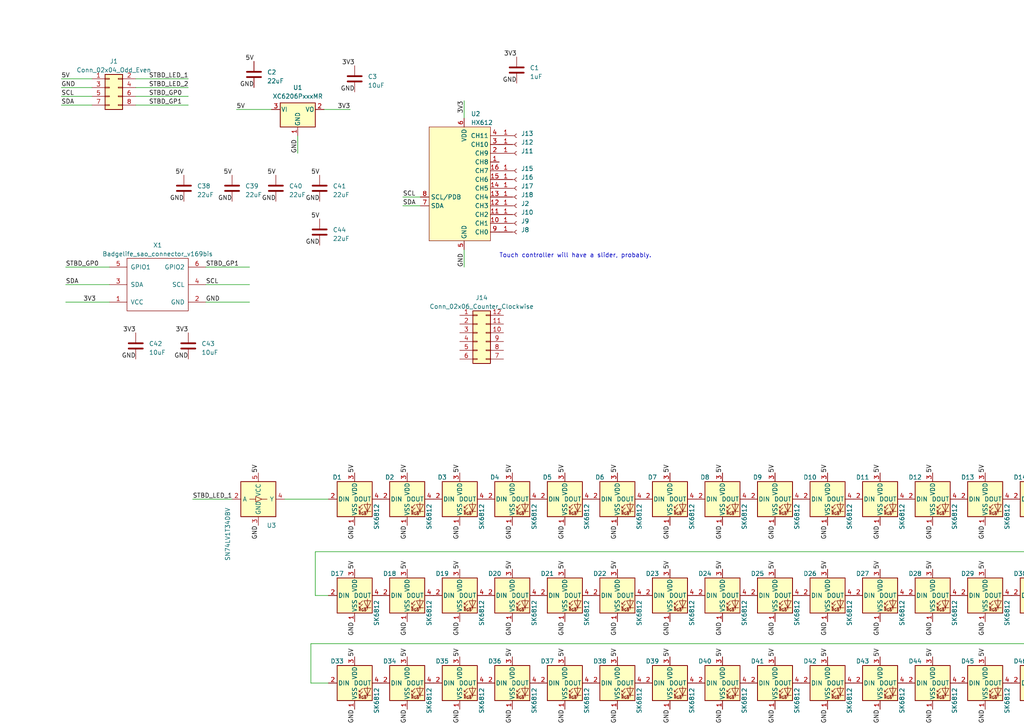
<source format=kicad_sch>
(kicad_sch (version 20221004) (generator eeschema)
  (paper "A4")
  (wire (pts (xy 97.79 445.77) (xy 101.6 445.77)))
  (wire (pts (xy 91.44 265.43) (xy 91.44 278.13)))
  (wire (pts (xy 17.78 22.86) (xy 26.67 22.86)))
  (wire (pts (xy 349.25 445.77) (xy 349.25 458.47)))
  (wire (pts (xy 345.44 417.83) (xy 349.25 417.83)))
  (wire (pts (xy 101.6 417.83) (xy 96.52 417.83)))
  (wire (pts (xy 97.79 497.84) (xy 101.6 497.84)))
  (wire (pts (xy 342.9 278.13) (xy 339.09 278.13)))
  (wire (pts (xy 39.37 30.48) (xy 54.61 30.48)))
  (wire (pts (xy 68.58 31.75) (xy 78.74 31.75)))
  (wire (pts (xy 342.9 318.77) (xy 91.44 318.77)))
  (wire (pts (xy 39.37 22.86) (xy 54.61 22.86)))
  (wire (pts (xy 97.79 458.47) (xy 97.79 469.9)))
  (wire (pts (xy 97.79 551.18) (xy 101.6 551.18)))
  (wire (pts (xy 91.44 250.19) (xy 95.25 250.19)))
  (wire (pts (xy 97.79 433.07) (xy 97.79 445.77)))
  (wire (pts (xy 342.9 144.78) (xy 342.9 160.02)))
  (wire (pts (xy 91.44 331.47) (xy 95.25 331.47)))
  (wire (pts (xy 101.6 523.24) (xy 96.52 523.24)))
  (wire (pts (xy 96.52 523.24) (xy 96.52 511.81)))
  (wire (pts (xy 342.9 198.12) (xy 342.9 213.36)))
  (wire (pts (xy 91.44 172.72) (xy 95.25 172.72)))
  (wire (pts (xy 342.9 160.02) (xy 91.44 160.02)))
  (wire (pts (xy 17.78 30.48) (xy 26.67 30.48)))
  (wire (pts (xy 342.9 213.36) (xy 91.44 213.36)))
  (wire (pts (xy 55.88 144.78) (xy 67.31 144.78)))
  (wire (pts (xy 90.17 198.12) (xy 90.17 186.69)))
  (wire (pts (xy 96.52 511.81) (xy 349.25 511.81)))
  (wire (pts (xy 17.78 27.94) (xy 26.67 27.94)))
  (wire (pts (xy 339.09 226.06) (xy 342.9 226.06)))
  (wire (pts (xy 349.25 417.83) (xy 349.25 433.07)))
  (wire (pts (xy 96.52 406.4) (xy 349.25 406.4)))
  (wire (pts (xy 339.09 144.78) (xy 342.9 144.78)))
  (wire (pts (xy 91.44 213.36) (xy 91.44 226.06)))
  (wire (pts (xy 339.09 250.19) (xy 342.9 250.19)))
  (wire (pts (xy 82.55 144.78) (xy 95.25 144.78)))
  (wire (pts (xy 97.79 469.9) (xy 101.6 469.9)))
  (wire (pts (xy 349.25 406.4) (xy 349.25 392.43)))
  (wire (pts (xy 19.05 77.47) (xy 31.75 77.47)))
  (wire (pts (xy 39.37 25.4) (xy 54.61 25.4)))
  (wire (pts (xy 39.37 27.94) (xy 54.61 27.94)))
  (wire (pts (xy 62.23 364.49) (xy 73.66 364.49)))
  (wire (pts (xy 121.92 57.15) (xy 116.84 57.15)))
  (wire (pts (xy 349.25 469.9) (xy 349.25 485.14)))
  (wire (pts (xy 134.62 72.39) (xy 134.62 77.47)))
  (wire (pts (xy 59.69 87.63) (xy 72.39 87.63)))
  (wire (pts (xy 97.79 379.73) (xy 97.79 392.43)))
  (wire (pts (xy 342.9 226.06) (xy 342.9 238.76)))
  (wire (pts (xy 345.44 523.24) (xy 349.25 523.24)))
  (wire (pts (xy 91.44 238.76) (xy 91.44 250.19)))
  (wire (pts (xy 342.9 186.69) (xy 342.9 172.72)))
  (wire (pts (xy 342.9 292.1) (xy 342.9 278.13)))
  (wire (pts (xy 339.09 303.53) (xy 342.9 303.53)))
  (wire (pts (xy 90.17 303.53) (xy 90.17 292.1)))
  (wire (pts (xy 339.09 198.12) (xy 342.9 198.12)))
  (wire (pts (xy 91.44 160.02) (xy 91.44 172.72)))
  (wire (pts (xy 91.44 226.06) (xy 95.25 226.06)))
  (wire (pts (xy 349.25 379.73) (xy 97.79 379.73)))
  (wire (pts (xy 59.69 77.47) (xy 72.39 77.47)))
  (wire (pts (xy 19.05 87.63) (xy 31.75 87.63)))
  (wire (pts (xy 96.52 417.83) (xy 96.52 406.4)))
  (wire (pts (xy 349.25 392.43) (xy 345.44 392.43)))
  (wire (pts (xy 95.25 303.53) (xy 90.17 303.53)))
  (wire (pts (xy 349.25 364.49) (xy 349.25 379.73)))
  (wire (pts (xy 17.78 25.4) (xy 26.67 25.4)))
  (wire (pts (xy 349.25 523.24) (xy 349.25 538.48)))
  (wire (pts (xy 101.6 358.14) (xy 101.6 364.49)))
  (wire (pts (xy 95.25 198.12) (xy 90.17 198.12)))
  (wire (pts (xy 342.9 172.72) (xy 339.09 172.72)))
  (wire (pts (xy 134.62 29.21) (xy 134.62 34.29)))
  (wire (pts (xy 97.79 538.48) (xy 97.79 551.18)))
  (wire (pts (xy 59.69 82.55) (xy 72.39 82.55)))
  (wire (pts (xy 342.9 238.76) (xy 91.44 238.76)))
  (wire (pts (xy 90.17 186.69) (xy 342.9 186.69)))
  (wire (pts (xy 342.9 303.53) (xy 342.9 318.77)))
  (wire (pts (xy 349.25 511.81) (xy 349.25 497.84)))
  (wire (pts (xy 88.9 364.49) (xy 91.44 364.49)))
  (wire (pts (xy 345.44 469.9) (xy 349.25 469.9)))
  (wire (pts (xy 349.25 433.07) (xy 97.79 433.07)))
  (wire (pts (xy 91.44 318.77) (xy 91.44 331.47)))
  (wire (pts (xy 93.98 31.75) (xy 101.6 31.75)))
  (wire (pts (xy 86.36 39.37) (xy 86.36 44.45)))
  (wire (pts (xy 342.9 265.43) (xy 91.44 265.43)))
  (wire (pts (xy 121.92 59.69) (xy 116.84 59.69)))
  (wire (pts (xy 345.44 445.77) (xy 349.25 445.77)))
  (wire (pts (xy 349.25 458.47) (xy 97.79 458.47)))
  (wire (pts (xy 91.44 278.13) (xy 95.25 278.13)))
  (wire (pts (xy 342.9 250.19) (xy 342.9 265.43)))
  (wire (pts (xy 97.79 392.43) (xy 101.6 392.43)))
  (wire (pts (xy 97.79 485.14) (xy 97.79 497.84)))
  (wire (pts (xy 349.25 538.48) (xy 97.79 538.48)))
  (wire (pts (xy 19.05 82.55) (xy 31.75 82.55)))
  (wire (pts (xy 349.25 497.84) (xy 345.44 497.84)))
  (wire (pts (xy 349.25 485.14) (xy 97.79 485.14)))
  (wire (pts (xy 101.6 358.14) (xy 95.25 358.14)))
  (wire (pts (xy 345.44 364.49) (xy 349.25 364.49)))
  (wire (pts (xy 90.17 292.1) (xy 342.9 292.1)))
  (text "Touch controller will have a slider, probably." (at 144.78 74.93 0) (effects (font (size 1.27 1.27)) (justify left bottom)))
  (label "GND" (at 185.42 400.05 270))
  (label "5V" (at 224.79 165.1 90))
  (label "GND" (at 209.55 339.09 270))
  (label "GND" (at 224.79 339.09 270))
  (label "5V" (at 74.93 137.16 90))
  (label "GND" (at 224.79 257.81 270))
  (label "GND" (at 255.27 152.4 270))
  (label "5V" (at 163.83 242.57 90))
  (label "GND" (at 118.11 180.34 270))
  (label "GND" (at 80.01 58.42 180))
  (label "5V" (at 163.83 190.5 90))
  (label "5V" (at 209.55 218.44 90))
  (label "5V" (at 231.14 356.87 90))
  (label "GND" (at 285.75 205.74 270))
  (label "GND" (at 194.31 233.68 270))
  (label "GND" (at 331.47 180.34 270))
  (label "STBD_LED_1_OUT" (at 339.09 331.47 0))
  (label "GND" (at 300.99 180.34 270))
  (label "GND" (at 67.31 58.42 180))
  (label "5V" (at 194.31 323.85 90))
  (label "GND" (at 118.11 339.09 270))
  (label "5V" (at 300.99 137.16 90))
  (label "GND" (at 133.35 152.4 270))
  (label "5V" (at 92.71 50.8 180))
  (label "GND" (at 109.22 558.8 270))
  (label "5V" (at 292.1 438.15 90))
  (label "GND" (at 200.66 372.11 270))
  (label "5V" (at 170.18 356.87 90))
  (label "GND" (at 322.58 530.86 270))
  (label "5V" (at 124.46 490.22 90))
  (label "5V" (at 109.22 356.87 90))
  (label "GND" (at 316.23 233.68 270))
  (label "GND" (at 133.35 180.34 270))
  (label "3V3" (at 134.62 29.21 270))
  (label "GND" (at 209.55 233.68 270))
  (label "GND" (at 163.83 311.15 270))
  (label "5V" (at 209.55 137.16 90))
  (label "5V" (at 246.38 490.22 90))
  (label "5V" (at 300.99 190.5 90))
  (label "GND" (at 200.66 425.45 270))
  (label "5V" (at 133.35 270.51 90))
  (label "5V" (at 148.59 165.1 90))
  (label "GND" (at 246.38 400.05 270))
  (label "5V" (at 163.83 295.91 90))
  (label "GND" (at 148.59 180.34 270))
  (label "GND" (at 139.7 372.11 270))
  (label "5V" (at 163.83 137.16 90))
  (label "GND" (at 73.66 25.4 180))
  (label "GND" (at 163.83 233.68 270))
  (label "GND" (at 215.9 453.39 270))
  (label "GND" (at 224.79 205.74 270))
  (label "5V" (at 139.7 438.15 90))
  (label "GND" (at 261.62 530.86 270))
  (label "GND" (at 270.51 233.68 270))
  (label "5V" (at 148.59 137.16 90))
  (label "GND" (at 337.82 530.86 270))
  (label "GND" (at 322.58 477.52 270))
  (label "GND" (at 148.59 311.15 270))
  (label "GND" (at 209.55 152.4 270))
  (label "5V" (at 270.51 295.91 90))
  (label "5V" (at 154.94 490.22 90))
  (label "5V" (at 316.23 218.44 90))
  (label "GND" (at 124.46 477.52 270))
  (label "5V" (at 276.86 515.62 90))
  (label "5V" (at 285.75 218.44 90))
  (label "GND" (at 185.42 558.8 270))
  (label "5V" (at 246.38 410.21 90))
  (label "GND" (at 322.58 425.45 270))
  (label "GND" (at 139.7 505.46 270))
  (label "GND" (at 124.46 372.11 270))
  (label "GND" (at 270.51 311.15 270))
  (label "5V" (at 307.34 384.81 90))
  (label "GND" (at 170.18 530.86 270))
  (label "GND" (at 102.87 26.67 180))
  (label "5V" (at 240.03 218.44 90))
  (label "GND" (at 224.79 180.34 270))
  (label "GND" (at 118.11 285.75 270))
  (label "GND" (at 86.36 44.45 90))
  (label "GND" (at 292.1 425.45 270))
  (label "GND" (at 124.46 558.8 270))
  (label "5V" (at 255.27 323.85 90))
  (label "5V" (at 246.38 384.81 90))
  (label "5V" (at 185.42 384.81 90))
  (label "5V" (at 194.31 270.51 90))
  (label "5V" (at 109.22 515.62 90))
  (label "5V" (at 270.51 137.16 90))
  (label "5V" (at 194.31 137.16 90))
  (label "GND" (at 300.99 257.81 270))
  (label "GND" (at 139.7 453.39 270))
  (label "5V" (at 102.87 295.91 90))
  (label "5V" (at 322.58 410.21 90))
  (label "GND" (at 133.35 257.81 270))
  (label "GND" (at 200.66 400.05 270))
  (label "GND" (at 292.1 453.39 270))
  (label "5V" (at 240.03 295.91 90))
  (label "3V3" (at 24.13 87.63 0))
  (label "5V" (at 292.1 356.87 90))
  (label "5V" (at 17.78 22.86 0))
  (label "GND" (at 179.07 205.74 270))
  (label "5V" (at 185.42 438.15 90))
  (label "GND" (at 215.9 530.86 270))
  (label "5V" (at 322.58 384.81 90))
  (label "5V" (at 300.99 323.85 90))
  (label "GND" (at 316.23 205.74 270))
  (label "5V" (at 337.82 384.81 90))
  (label "5V" (at 118.11 165.1 90))
  (label "GND" (at 124.46 425.45 270))
  (label "GND" (at 81.28 372.11 270))
  (label "5V" (at 322.58 515.62 90))
  (label "5V" (at 292.1 384.81 90))
  (label "GND" (at 124.46 453.39 270))
  (label "GND" (at 154.94 558.8 270))
  (label "GND" (at 209.55 311.15 270))
  (label "5V" (at 261.62 462.28 90))
  (label "5V" (at 231.14 462.28 90))
  (label "5V" (at 292.1 490.22 90))
  (label "GND" (at 224.79 233.68 270))
  (label "5V" (at 185.42 543.56 90))
  (label "5V" (at 255.27 137.16 90))
  (label "5V" (at 331.47 242.57 90))
  (label "GND" (at 261.62 400.05 270))
  (label "GND" (at 337.82 453.39 270))
  (label "5V" (at 133.35 323.85 90))
  (label "5V" (at 215.9 543.56 90))
  (label "5V" (at 154.94 384.81 90))
  (label "5V" (at 124.46 438.15 90))
  (label "5V" (at 322.58 490.22 90))
  (label "GND" (at 118.11 205.74 270))
  (label "5V" (at 270.51 218.44 90))
  (label "GND" (at 185.42 505.46 270))
  (label "5V" (at 102.87 190.5 90))
  (label "5V" (at 68.58 31.75 0))
  (label "GND" (at 133.35 285.75 270))
  (label "GND" (at 300.99 205.74 270))
  (label "GND" (at 231.14 530.86 270))
  (label "SCL" (at 59.69 82.55 0))
  (label "GND" (at 276.86 477.52 270))
  (label "GND" (at 337.82 477.52 270))
  (label "5V" (at 102.87 165.1 90))
  (label "5V" (at 194.31 218.44 90))
  (label "GND" (at 163.83 205.74 270))
  (label "GND" (at 102.87 257.81 270))
  (label "GND" (at 246.38 453.39 270))
  (label "5V" (at 73.66 17.78 180))
  (label "GND" (at 149.86 24.13 180))
  (label "5V" (at 276.86 384.81 90))
  (label "GND" (at 255.27 257.81 270))
  (label "GND" (at 270.51 152.4 270))
  (label "5V" (at 81.28 356.87 90))
  (label "5V" (at 255.27 242.57 90))
  (label "GND" (at 300.99 233.68 270))
  (label "5V" (at 185.42 462.28 90))
  (label "GND" (at 322.58 372.11 270))
  (label "5V" (at 200.66 356.87 90))
  (label "GND" (at 179.07 257.81 270))
  (label "5V" (at 240.03 190.5 90))
  (label "GND" (at 261.62 425.45 270))
  (label "GND" (at 102.87 233.68 270))
  (label "GND" (at 316.23 311.15 270))
  (label "5V" (at 270.51 270.51 90))
  (label "5V" (at 215.9 438.15 90))
  (label "GND" (at 307.34 453.39 270))
  (label "5V" (at 102.87 137.16 90))
  (label "5V" (at 133.35 242.57 90))
  (label "GND" (at 231.14 372.11 270))
  (label "GND" (at 331.47 233.68 270))
  (label "5V" (at 170.18 384.81 90))
  (label "5V" (at 240.03 323.85 90))
  (label "GND" (at 276.86 425.45 270))
  (label "5V" (at 276.86 490.22 90))
  (label "GND" (at 307.34 400.05 270))
  (label "GND" (at 337.82 425.45 270))
  (label "5V" (at 337.82 515.62 90))
  (label "GND" (at 139.7 425.45 270))
  (label "GND" (at 337.82 505.46 270))
  (label "5V" (at 209.55 270.51 90))
  (label "5V" (at 322.58 356.87 90))
  (label "GND" (at 109.22 477.52 270))
  (label "STBD_LED_2" (at 43.18 25.4 0))
  (label "5V" (at 170.18 438.15 90))
  (label "GND" (at 154.94 530.86 270))
  (label "GND" (at 109.22 453.39 270))
  (label "5V" (at 240.03 270.51 90))
  (label "5V" (at 292.1 543.56 90))
  (label "GND" (at 240.03 180.34 270))
  (label "5V" (at 179.07 242.57 90))
  (label "5V" (at 270.51 242.57 90))
  (label "GND" (at 270.51 180.34 270))
  (label "3V3" (at 54.61 96.52 180))
  (label "GND" (at 185.42 453.39 270))
  (label "GND" (at 154.94 477.52 270))
  (label "GND" (at 215.9 477.52 270))
  (label "GND" (at 200.66 453.39 270))
  (label "GND" (at 185.42 530.86 270))
  (label "GND" (at 316.23 180.34 270))
  (label "GND" (at 200.66 558.8 270))
  (label "GND" (at 185.42 372.11 270))
  (label "GND" (at 118.11 152.4 270))
  (label "STBD_LED_2" (at 62.23 364.49 0))
  (label "5V" (at 231.14 515.62 90))
  (label "GND" (at 331.47 311.15 270))
  (label "GND" (at 276.86 453.39 270))
  (label "5V" (at 209.55 190.5 90))
  (label "GND" (at 209.55 180.34 270))
  (label "GND" (at 270.51 339.09 270))
  (label "GND" (at 300.99 152.4 270))
  (label "GND" (at 322.58 400.05 270))
  (label "GND" (at 331.47 152.4 270))
  (label "5V" (at 246.38 438.15 90))
  (label "5V" (at 215.9 490.22 90))
  (label "5V" (at 179.07 270.51 90))
  (label "5V" (at 124.46 515.62 90))
  (label "GND" (at 109.22 400.05 270))
  (label "GND" (at 246.38 505.46 270))
  (label "STBD_LED_1" (at 43.18 22.86 0))
  (label "5V" (at 133.35 218.44 90))
  (label "GND" (at 322.58 558.8 270))
  (label "5V" (at 292.1 410.21 90))
  (label "5V" (at 255.27 295.91 90))
  (label "5V" (at 118.11 323.85 90))
  (label "5V" (at 124.46 410.21 90))
  (label "GND" (at 276.86 505.46 270))
  (label "5V" (at 307.34 515.62 90))
  (label "GND" (at 139.7 400.05 270))
  (label "GND" (at 200.66 530.86 270))
  (label "5V" (at 194.31 190.5 90))
  (label "STBD_GP1" (at 59.69 77.47 0))
  (label "GND" (at 276.86 400.05 270))
  (label "5V" (at 124.46 356.87 90))
  (label "5V" (at 200.66 462.28 90))
  (label "5V" (at 194.31 295.91 90))
  (label "5V" (at 261.62 384.81 90))
  (label "GND" (at 179.07 152.4 270))
  (label "5V" (at 255.27 270.51 90))
  (label "5V" (at 316.23 242.57 90))
  (label "GND" (at 300.99 339.09 270))
  (label "GND" (at 17.78 25.4 0))
  (label "5V" (at 285.75 270.51 90))
  (label "5V" (at 231.14 438.15 90))
  (label "GND" (at 139.7 558.8 270))
  (label "GND" (at 154.94 372.11 270))
  (label "5V" (at 246.38 543.56 90))
  (label "GND" (at 179.07 285.75 270))
  (label "GND" (at 102.87 205.74 270))
  (label "GND" (at 215.9 425.45 270))
  (label "GND" (at 292.1 372.11 270))
  (label "5V" (at 139.7 410.21 90))
  (label "5V" (at 154.94 410.21 90))
  (label "5V" (at 285.75 165.1 90))
  (label "5V" (at 200.66 543.56 90))
  (label "5V" (at 337.82 438.15 90))
  (label "5V" (at 139.7 462.28 90))
  (label "5V" (at 300.99 218.44 90))
  (label "5V" (at 316.23 323.85 90))
  (label "5V" (at 331.47 137.16 90))
  (label "GND" (at 270.51 205.74 270))
  (label "5V" (at 139.7 515.62 90))
  (label "5V" (at 215.9 462.28 90))
  (label "GND" (at 215.9 505.46 270))
  (label "5V" (at 170.18 543.56 90))
  (label "5V" (at 200.66 490.22 90))
  (label "GND" (at 322.58 453.39 270))
  (label "GND" (at 276.86 530.86 270))
  (label "5V" (at 148.59 323.85 90))
  (label "GND" (at 231.14 400.05 270))
  (label "5V" (at 261.62 410.21 90))
  (label "5V" (at 331.47 218.44 90))
  (label "GND" (at 240.03 285.75 270))
  (label "STBD_GP0" (at 43.18 27.94 0))
  (label "5V" (at 261.62 438.15 90))
  (label "GND" (at 261.62 477.52 270))
  (label "5V" (at 224.79 218.44 90))
  (label "5V" (at 133.35 165.1 90))
  (label "STBD_LED_1" (at 55.88 144.78 0))
  (label "5V" (at 118.11 137.16 90))
  (label "GND" (at 102.87 285.75 270))
  (label "5V" (at 331.47 323.85 90))
  (label "GND" (at 102.87 311.15 270))
  (label "5V" (at 209.55 165.1 90))
  (label "5V" (at 209.55 295.91 90))
  (label "GND" (at 170.18 453.39 270))
  (label "5V" (at 109.22 543.56 90))
  (label "5V" (at 102.87 218.44 90))
  (label "GND" (at 285.75 180.34 270))
  (label "GND" (at 124.46 505.46 270))
  (label "GND" (at 209.55 205.74 270))
  (label "STBD_GP1" (at 43.18 30.48 0))
  (label "5V" (at 224.79 137.16 90))
  (label "GND" (at 261.62 453.39 270))
  (label "GND" (at 285.75 285.75 270))
  (label "5V" (at 179.07 323.85 90))
  (label "5V" (at 185.42 410.21 90))
  (label "5V" (at 331.47 295.91 90))
  (label "GND" (at 246.38 372.11 270))
  (label "GND" (at 331.47 257.81 270))
  (label "GND" (at 240.03 205.74 270))
  (label "5V" (at 179.07 165.1 90))
  (label "5V" (at 224.79 242.57 90))
  (label "GND" (at 163.83 152.4 270))
  (label "5V" (at 246.38 462.28 90))
  (label "GND" (at 331.47 339.09 270))
  (label "5V" (at 240.03 165.1 90))
  (label "SCL" (at 116.84 57.15 0))
  (label "5V" (at 124.46 384.81 90))
  (label "GND" (at 300.99 285.75 270))
  (label "GND" (at 109.22 530.86 270))
  (label "GND" (at 124.46 530.86 270))
  (label "5V" (at 109.22 410.21 90))
  (label "5V" (at 285.75 323.85 90))
  (label "GND" (at 124.46 400.05 270))
  (label "5V" (at 240.03 242.57 90))
  (label "GND" (at 92.71 71.12 180))
  (label "GND" (at 292.1 400.05 270))
  (label "5V" (at 194.31 242.57 90))
  (label "GND" (at 148.59 339.09 270))
  (label "5V" (at 307.34 543.56 90))
  (label "5V" (at 163.83 270.51 90))
  (label "5V" (at 316.23 270.51 90))
  (label "GND" (at 255.27 180.34 270))
  (label "GND" (at 270.51 285.75 270))
  (label "5V" (at 109.22 384.81 90))
  (label "GND" (at 331.47 285.75 270))
  (label "GND" (at 231.14 425.45 270))
  (label "5V" (at 163.83 323.85 90))
  (label "GND" (at 154.94 505.46 270))
  (label "GND" (at 118.11 311.15 270))
  (label "GND" (at 170.18 372.11 270))
  (label "5V" (at 307.34 490.22 90))
  (label "5V" (at 276.86 410.21 90))
  (label "5V" (at 307.34 410.21 90))
  (label "5V" (at 200.66 438.15 90))
  (label "GND" (at 102.87 152.4 270))
  (label "5V" (at 109.22 462.28 90))
  (label "GND" (at 316.23 285.75 270))
  (label "GND" (at 255.27 205.74 270))
  (label "5V" (at 53.34 50.8 180))
  (label "GND" (at 240.03 233.68 270))
  (label "5V" (at 276.86 462.28 90))
  (label "GND" (at 246.38 558.8 270))
  (label "5V" (at 322.58 543.56 90))
  (label "GND" (at 255.27 339.09 270))
  (label "GND" (at 109.22 425.45 270))
  (label "5V" (at 154.94 462.28 90))
  (label "GND" (at 74.93 152.4 270))
  (label "GND" (at 270.51 257.81 270))
  (label "5V" (at 148.59 190.5 90))
  (label "5V" (at 300.99 295.91 90))
  (label "GND" (at 185.42 477.52 270))
  (label "GND" (at 307.34 372.11 270))
  (label "SDA" (at 17.78 30.48 0))
  (label "5V" (at 139.7 543.56 90))
  (label "5V" (at 200.66 384.81 90))
  (label "GND" (at 292.1 505.46 270))
  (label "5V" (at 337.82 356.87 90))
  (label "GND" (at 148.59 205.74 270))
  (label "3V3" (at 101.6 31.75 180))
  (label "GND" (at 59.69 87.63 0))
  (label "5V" (at 292.1 515.62 90))
  (label "GND" (at 231.14 505.46 270))
  (label "GND" (at 231.14 453.39 270))
  (label "5V" (at 292.1 462.28 90))
  (label "GND" (at 179.07 233.68 270))
  (label "GND" (at 316.23 339.09 270))
  (label "5V" (at 139.7 490.22 90))
  (label "5V" (at 316.23 137.16 90))
  (label "5V" (at 148.59 295.91 90))
  (label "GND" (at 92.71 58.42 180))
  (label "5V" (at 261.62 543.56 90))
  (label "GND" (at 194.31 257.81 270))
  (label "GND" (at 300.99 311.15 270))
  (label "5V" (at 124.46 462.28 90))
  (label "5V" (at 154.94 438.15 90))
  (label "GND" (at 231.14 477.52 270))
  (label "GND" (at 307.34 530.86 270))
  (label "5V" (at 179.07 137.16 90))
  (label "GND" (at 109.22 372.11 270))
  (label "5V" (at 194.31 165.1 90))
  (label "GND" (at 215.9 558.8 270))
  (label "GND" (at 194.31 285.75 270))
  (label "GND" (at 240.03 339.09 270))
  (label "GND" (at 102.87 180.34 270))
  (label "GND" (at 285.75 339.09 270))
  (label "5V" (at 307.34 356.87 90))
  (label "GND" (at 292.1 530.86 270))
  (label "5V" (at 255.27 165.1 90))
  (label "GND" (at 322.58 505.46 270))
  (label "GND" (at 307.34 425.45 270))
  (label "GND" (at 200.66 477.52 270))
  (label "GND" (at 331.47 205.74 270))
  (label "5V" (at 148.59 270.51 90))
  (label "GND" (at 307.34 558.8 270))
  (label "5V" (at 215.9 410.21 90))
  (label "GND" (at 285.75 152.4 270))
  (label "5V" (at 179.07 190.5 90))
  (label "5V" (at 261.62 490.22 90))
  (label "GND" (at 133.35 205.74 270))
  (label "5V" (at 179.07 295.91 90))
  (label "5V" (at 276.86 438.15 90))
  (label "5V" (at 209.55 242.57 90))
  (label "5V" (at 154.94 543.56 90))
  (label "GND" (at 170.18 558.8 270))
  (label "GND" (at 261.62 558.8 270))
  (label "5V" (at 231.14 384.81 90))
  (label "GND" (at 337.82 400.05 270))
  (label "GND" (at 133.35 233.68 270))
  (label "GND" (at 224.79 152.4 270))
  (label "5V" (at 118.11 295.91 90))
  (label "5V" (at 102.87 270.51 90))
  (label "GND" (at 200.66 505.46 270))
  (label "5V" (at 179.07 218.44 90))
  (label "5V" (at 67.31 50.8 180))
  (label "5V" (at 133.35 190.5 90))
  (label "5V" (at 124.46 543.56 90))
  (label "SCL" (at 17.78 27.94 0))
  (label "5V" (at 215.9 515.62 90))
  (label "GND" (at 261.62 372.11 270))
  (label "GND" (at 148.59 257.81 270))
  (label "GND" (at 337.82 558.8 270))
  (label "GND" (at 240.03 257.81 270))
  (label "GND" (at 163.83 339.09 270))
  (label "GND" (at 154.94 425.45 270))
  (label "GND" (at 118.11 233.68 270))
  (label "5V" (at 270.51 323.85 90))
  (label "GND" (at 246.38 477.52 270))
  (label "STBD_LED_1_OUT" (at 91.44 351.79 0))
  (label "GND" (at 240.03 311.15 270))
  (label "GND" (at 215.9 400.05 270))
  (label "GND" (at 179.07 311.15 270))
  (label "5V" (at 148.59 242.57 90))
  (label "5V" (at 118.11 270.51 90))
  (label "5V" (at 270.51 190.5 90))
  (label "GND" (at 194.31 339.09 270))
  (label "GND" (at 194.31 152.4 270))
  (label "5V" (at 285.75 242.57 90))
  (label "GND" (at 133.35 311.15 270))
  (label "GND" (at 292.1 477.52 270))
  (label "5V" (at 209.55 323.85 90))
  (label "GND" (at 154.94 400.05 270))
  (label "GND" (at 194.31 311.15 270))
  (label "5V" (at 300.99 270.51 90))
  (label "5V" (at 331.47 165.1 90))
  (label "5V" (at 285.75 137.16 90))
  (label "GND" (at 134.62 77.47 90))
  (label "5V" (at 316.23 165.1 90))
  (label "GND" (at 170.18 400.05 270))
  (label "GND" (at 240.03 152.4 270))
  (label "5V" (at 331.47 190.5 90))
  (label "GND" (at 133.35 339.09 270))
  (label "GND" (at 285.75 311.15 270))
  (label "5V" (at 300.99 242.57 90))
  (label "GND" (at 285.75 257.81 270))
  (label "5V" (at 163.83 218.44 90))
  (label "GND" (at 307.34 477.52 270))
  (label "GND" (at 224.79 311.15 270))
  (label "5V" (at 200.66 515.62 90))
  (label "5V" (at 261.62 515.62 90))
  (label "GND" (at 255.27 285.75 270))
  (label "5V" (at 224.79 295.91 90))
  (label "5V" (at 276.86 356.87 90))
  (label "5V" (at 307.34 462.28 90))
  (label "GND" (at 215.9 372.11 270))
  (label "GND" (at 185.42 425.45 270))
  (label "5V" (at 185.42 515.62 90))
  (label "5V" (at 170.18 490.22 90))
  (label "5V" (at 148.59 218.44 90))
  (label "5V" (at 231.14 410.21 90))
  (label "3V3" (at 102.87 19.05 180))
  (label "5V" (at 224.79 270.51 90))
  (label "5V" (at 224.79 190.5 90))
  (label "5V" (at 322.58 462.28 90))
  (label "GND" (at 194.31 205.74 270))
  (label "5V" (at 316.23 295.91 90))
  (label "GND" (at 255.27 311.15 270))
  (label "5V" (at 215.9 356.87 90))
  (label "GND" (at 163.83 285.75 270))
  (label "GND" (at 163.83 257.81 270))
  (label "5V" (at 331.47 270.51 90))
  (label "5V" (at 133.35 137.16 90))
  (label "GND" (at 276.86 558.8 270))
  (label "5V" (at 80.01 50.8 180))
  (label "5V" (at 118.11 190.5 90))
  (label "GND" (at 170.18 505.46 270))
  (label "5V" (at 322.58 438.15 90))
  (label "GND" (at 139.7 530.86 270))
  (label "5V" (at 337.82 462.28 90))
  (label "5V" (at 215.9 384.81 90))
  (label "5V" (at 337.82 410.21 90))
  (label "GND" (at 53.34 58.42 180))
  (label "GND" (at 255.27 233.68 270))
  (label "5V" (at 240.03 137.16 90))
  (label "5V" (at 170.18 410.21 90))
  (label "GND" (at 118.11 257.81 270))
  (label "5V" (at 102.87 323.85 90))
  (label "5V" (at 170.18 515.62 90))
  (label "5V" (at 255.27 190.5 90))
  (label "5V" (at 109.22 438.15 90))
  (label "GND" (at 307.34 505.46 270))
  (label "5V" (at 255.27 218.44 90))
  (label "GND" (at 148.59 152.4 270))
  (label "SDA" (at 116.84 59.69 0))
  (label "GND" (at 154.94 453.39 270))
  (label "5V" (at 133.35 295.91 90))
  (label "STBD_GP0" (at 19.05 77.47 0))
  (label "5V" (at 285.75 190.5 90))
  (label "GND" (at 109.22 505.46 270))
  (label "GND" (at 139.7 477.52 270))
  (label "GND" (at 170.18 425.45 270))
  (label "GND" (at 170.18 477.52 270))
  (label "5V" (at 337.82 543.56 90))
  (label "5V" (at 118.11 242.57 90))
  (label "GND" (at 194.31 180.34 270))
  (label "3V3" (at 149.86 16.51 180))
  (label "5V" (at 139.7 356.87 90))
  (label "GND" (at 246.38 425.45 270))
  (label "5V" (at 185.42 490.22 90))
  (label "GND" (at 316.23 152.4 270))
  (label "GND" (at 246.38 530.86 270))
  (label "GND" (at 316.23 257.81 270))
  (label "5V" (at 231.14 490.22 90))
  (label "5V" (at 109.22 490.22 90))
  (label "GND" (at 179.07 180.34 270))
  (label "5V" (at 270.51 165.1 90))
  (label "5V" (at 246.38 356.87 90))
  (label "5V" (at 170.18 462.28 90))
  (label "GND" (at 276.86 372.11 270))
  (label "GND" (at 54.61 104.14 180))
  (label "SDA" (at 19.05 82.55 0))
  (label "GND" (at 231.14 558.8 270))
  (label "GND" (at 209.55 285.75 270))
  (label "GND" (at 292.1 558.8 270))
  (label "5V" (at 139.7 384.81 90))
  (label "5V" (at 102.87 242.57 90))
  (label "5V" (at 307.34 438.15 90))
  (label "3V3" (at 39.37 96.52 180))
  (label "5V" (at 337.82 490.22 90))
  (label "5V" (at 261.62 356.87 90))
  (label "GND" (at 209.55 257.81 270))
  (label "5V" (at 185.42 356.87 90))
  (label "5V" (at 316.23 190.5 90))
  (label "GND" (at 163.83 180.34 270))
  (label "5V" (at 118.11 218.44 90))
  (label "5V" (at 276.86 543.56 90))
  (label "GND" (at 337.82 372.11 270))
  (label "5V" (at 285.75 295.91 90))
  (label "5V" (at 92.71 63.5 180))
  (label "5V" (at 154.94 515.62 90))
  (label "5V" (at 154.94 356.87 90))
  (label "5V" (at 246.38 515.62 90))
  (label "GND" (at 39.37 104.14 180))
  (label "5V" (at 300.99 165.1 90))
  (label "GND" (at 148.59 285.75 270))
  (label "GND" (at 285.75 233.68 270))
  (label "5V" (at 224.79 323.85 90))
  (label "5V" (at 200.66 410.21 90))
  (label "GND" (at 261.62 505.46 270))
  (label "GND" (at 179.07 339.09 270))
  (label "GND" (at 102.87 339.09 270))
  (label "GND" (at 148.59 233.68 270))
  (label "GND" (at 224.79 285.75 270))
  (label "5V" (at 231.14 543.56 90))
  (label "5V" (at 163.83 165.1 90))
  (symbol (lib_id "LED:SK6812") (at 300.99 331.47 0) (unit 1)
    (property "Reference" "D126" (at 295.91 325.12 0))
    (property "Value" "SK6812" (at 307.34 336.55 90))
    (property "Footprint" "XL3528RGBW:XL-3528RGBW" (effects hide))
    (property "Datasheet" "https://cdn-shop.adafruit.com/product-files/1138/SK6812+LED+datasheet+.pdf" (effects hide))
    (property "LCSC" "C2890364" (effects hide))
  )
  (symbol (lib_id "LED:SK6812") (at 133.35 250.19 0) (unit 1)
    (property "Reference" "D67" (at 128.27 243.84 0))
    (property "Value" "SK6812" (at 139.7 255.27 90))
    (property "Footprint" "XL3528RGBW:XL-3528RGBW" (effects hide))
    (property "Datasheet" "https://cdn-shop.adafruit.com/product-files/1138/SK6812+LED+datasheet+.pdf" (effects hide))
    (property "LCSC" "C2890364" (effects hide))
  )
  (symbol (lib_id "LED:SK6812") (at 270.51 278.13 0) (unit 1)
    (property "Reference" "D92" (at 265.43 271.78 0))
    (property "Value" "SK6812" (at 276.86 283.21 90))
    (property "Footprint" "XL3528RGBW:XL-3528RGBW" (effects hide))
    (property "Datasheet" "https://cdn-shop.adafruit.com/product-files/1138/SK6812+LED+datasheet+.pdf" (effects hide))
    (property "LCSC" "C2890364" (effects hide))
  )
  (symbol (lib_id "LED:SK6812") (at 200.66 417.83 0) (unit 1)
    (property "Reference" "D167" (at 195.58 411.48 0))
    (property "Value" "SK6812" (at 207.01 422.91 90))
    (property "Footprint" "XL3528RGBW:XL-3528RGBW" (effects hide))
    (property "Datasheet" "https://cdn-shop.adafruit.com/product-files/1138/SK6812+LED+datasheet+.pdf" (effects hide))
    (property "LCSC" "C2890364" (effects hide))
  )
  (symbol (lib_id "LED:SK6812") (at 118.11 172.72 0) (unit 1)
    (property "Reference" "D18" (at 113.03 166.37 0))
    (property "Value" "SK6812" (at 124.46 177.8 90))
    (property "Footprint" "XL3528RGBW:XL-3528RGBW" (effects hide))
    (property "Datasheet" "https://cdn-shop.adafruit.com/product-files/1138/SK6812+LED+datasheet+.pdf" (effects hide))
    (property "LCSC" "C2890364" (effects hide))
  )
  (symbol (lib_id "LED:SK6812") (at 163.83 303.53 0) (unit 1)
    (property "Reference" "D101" (at 158.75 297.18 0))
    (property "Value" "SK6812" (at 170.18 308.61 90))
    (property "Footprint" "XL3528RGBW:XL-3528RGBW" (effects hide))
    (property "Datasheet" "https://cdn-shop.adafruit.com/product-files/1138/SK6812+LED+datasheet+.pdf" (effects hide))
    (property "LCSC" "C2890364" (effects hide))
  )
  (symbol (lib_id "LED:SK6812") (at 240.03 144.78 0) (unit 1)
    (property "Reference" "D10" (at 234.95 138.43 0))
    (property "Value" "SK6812" (at 246.38 149.86 90))
    (property "Footprint" "XL3528RGBW:XL-3528RGBW" (effects hide))
    (property "Datasheet" "https://cdn-shop.adafruit.com/product-files/1138/SK6812+LED+datasheet+.pdf" (effects hide))
    (property "LCSC" "C2890364" (effects hide))
  )
  (symbol (lib_id "LED:SK6812") (at 270.51 144.78 0) (unit 1)
    (property "Reference" "D12" (at 265.43 138.43 0))
    (property "Value" "SK6812" (at 276.86 149.86 90))
    (property "Footprint" "XL3528RGBW:XL-3528RGBW" (effects hide))
    (property "Datasheet" "https://cdn-shop.adafruit.com/product-files/1138/SK6812+LED+datasheet+.pdf" (effects hide))
    (property "LCSC" "C2890364" (effects hide))
  )
  (symbol (lib_id "LED:SK6812") (at 246.38 364.49 0) (unit 1)
    (property "Reference" "D138" (at 241.3 358.14 0))
    (property "Value" "SK6812" (at 252.73 369.57 90))
    (property "Footprint" "XL3528RGBW:XL-3528RGBW" (effects hide))
    (property "Datasheet" "https://cdn-shop.adafruit.com/product-files/1138/SK6812+LED+datasheet+.pdf" (effects hide))
    (property "LCSC" "C2890364" (effects hide))
  )
  (symbol (lib_id "LED:SK6812") (at 285.75 250.19 0) (unit 1)
    (property "Reference" "D77" (at 280.67 243.84 0))
    (property "Value" "SK6812" (at 292.1 255.27 90))
    (property "Footprint" "XL3528RGBW:XL-3528RGBW" (effects hide))
    (property "Datasheet" "https://cdn-shop.adafruit.com/product-files/1138/SK6812+LED+datasheet+.pdf" (effects hide))
    (property "LCSC" "C2890364" (effects hide))
  )
  (symbol (lib_id "LED:SK6812") (at 261.62 497.84 0) (unit 1)
    (property "Reference" "D219" (at 256.54 491.49 0))
    (property "Value" "SK6812" (at 267.97 502.92 90))
    (property "Footprint" "XL3528RGBW:XL-3528RGBW" (effects hide))
    (property "Datasheet" "https://cdn-shop.adafruit.com/product-files/1138/SK6812+LED+datasheet+.pdf" (effects hide))
    (property "LCSC" "C2890364" (effects hide))
  )
  (symbol (lib_id "LED:SK6812") (at 331.47 144.78 0) (unit 1)
    (property "Reference" "D16" (at 326.39 138.43 0))
    (property "Value" "SK6812" (at 337.82 149.86 90))
    (property "Footprint" "XL3528RGBW:XL-3528RGBW" (effects hide))
    (property "Datasheet" "https://cdn-shop.adafruit.com/product-files/1138/SK6812+LED+datasheet+.pdf" (effects hide))
    (property "LCSC" "C2890364" (effects hide))
  )
  (symbol (lib_id "LED:SK6812") (at 224.79 303.53 0) (unit 1)
    (property "Reference" "D105" (at 219.71 297.18 0))
    (property "Value" "SK6812" (at 231.14 308.61 90))
    (property "Footprint" "XL3528RGBW:XL-3528RGBW" (effects hide))
    (property "Datasheet" "https://cdn-shop.adafruit.com/product-files/1138/SK6812+LED+datasheet+.pdf" (effects hide))
    (property "LCSC" "C2890364" (effects hide))
  )
  (symbol (lib_id "LED:SK6812") (at 316.23 144.78 0) (unit 1)
    (property "Reference" "D15" (at 311.15 138.43 0))
    (property "Value" "SK6812" (at 322.58 149.86 90))
    (property "Footprint" "XL3528RGBW:XL-3528RGBW" (effects hide))
    (property "Datasheet" "https://cdn-shop.adafruit.com/product-files/1138/SK6812+LED+datasheet+.pdf" (effects hide))
    (property "LCSC" "C2890364" (effects hide))
  )
  (symbol (lib_id "LED:SK6812") (at 300.99 250.19 0) (unit 1)
    (property "Reference" "D78" (at 295.91 243.84 0))
    (property "Value" "SK6812" (at 307.34 255.27 90))
    (property "Footprint" "XL3528RGBW:XL-3528RGBW" (effects hide))
    (property "Datasheet" "https://cdn-shop.adafruit.com/product-files/1138/SK6812+LED+datasheet+.pdf" (effects hide))
    (property "LCSC" "C2890364" (effects hide))
  )
  (symbol (lib_id "LED:SK6812") (at 209.55 250.19 0) (unit 1)
    (property "Reference" "D72" (at 204.47 243.84 0))
    (property "Value" "SK6812" (at 215.9 255.27 90))
    (property "Footprint" "XL3528RGBW:XL-3528RGBW" (effects hide))
    (property "Datasheet" "https://cdn-shop.adafruit.com/product-files/1138/SK6812+LED+datasheet+.pdf" (effects hide))
    (property "LCSC" "C2890364" (effects hide))
  )
  (symbol (lib_id "LED:SK6812") (at 194.31 250.19 0) (unit 1)
    (property "Reference" "D71" (at 189.23 243.84 0))
    (property "Value" "SK6812" (at 200.66 255.27 90))
    (property "Footprint" "XL3528RGBW:XL-3528RGBW" (effects hide))
    (property "Datasheet" "https://cdn-shop.adafruit.com/product-files/1138/SK6812+LED+datasheet+.pdf" (effects hide))
    (property "LCSC" "C2890364" (effects hide))
  )
  (symbol (lib_id "LED:SK6812") (at 261.62 417.83 0) (unit 1)
    (property "Reference" "D171" (at 256.54 411.48 0))
    (property "Value" "SK6812" (at 267.97 422.91 90))
    (property "Footprint" "XL3528RGBW:XL-3528RGBW" (effects hide))
    (property "Datasheet" "https://cdn-shop.adafruit.com/product-files/1138/SK6812+LED+datasheet+.pdf" (effects hide))
    (property "LCSC" "C2890364" (effects hide))
  )
  (symbol (lib_id "LED:SK6812") (at 300.99 198.12 0) (unit 1)
    (property "Reference" "D46" (at 295.91 191.77 0))
    (property "Value" "SK6812" (at 307.34 203.2 90))
    (property "Footprint" "XL3528RGBW:XL-3528RGBW" (effects hide))
    (property "Datasheet" "https://cdn-shop.adafruit.com/product-files/1138/SK6812+LED+datasheet+.pdf" (effects hide))
    (property "LCSC" "C2890364" (effects hide))
  )
  (symbol (lib_id "LED:SK6812") (at 185.42 469.9 0) (unit 1)
    (property "Reference" "D198" (at 180.34 463.55 0))
    (property "Value" "SK6812" (at 191.77 474.98 90))
    (property "Footprint" "XL3528RGBW:XL-3528RGBW" (effects hide))
    (property "Datasheet" "https://cdn-shop.adafruit.com/product-files/1138/SK6812+LED+datasheet+.pdf" (effects hide))
    (property "LCSC" "C2890364" (effects hide))
  )
  (symbol (lib_id "LED:SK6812") (at 118.11 198.12 0) (unit 1)
    (property "Reference" "D34" (at 113.03 191.77 0))
    (property "Value" "SK6812" (at 124.46 203.2 90))
    (property "Footprint" "XL3528RGBW:XL-3528RGBW" (effects hide))
    (property "Datasheet" "https://cdn-shop.adafruit.com/product-files/1138/SK6812+LED+datasheet+.pdf" (effects hide))
    (property "LCSC" "C2890364" (effects hide))
  )
  (symbol (lib_id "HX612:HX612") (at 134.62 53.34 0) (unit 1)
    (property "Reference" "U2" (at 136.5759 33.02 0) (effects (justify left)))
    (property "Value" "HX612" (at 136.5759 35.56 0) (effects (justify left)))
    (property "Footprint" "Package_SO:SOP-16_3.9x9.9mm_P1.27mm" (effects hide))
  )
  (symbol (lib_id "Connector:Conn_01x01_Female") (at 149.86 44.45 0) (unit 1)
    (property "Reference" "J11" (at 151.13 43.815 0) (effects (justify left)))
    (property "Value" "Conn_01x01_Female" (effects hide))
    (property "Footprint" "TestPoint:TestPoint_THTPad_1.0x1.0mm_Drill0.5mm" (effects hide))
  )
  (symbol (lib_id "LED:SK6812") (at 209.55 303.53 0) (unit 1)
    (property "Reference" "D104" (at 204.47 297.18 0))
    (property "Value" "SK6812" (at 215.9 308.61 90))
    (property "Footprint" "XL3528RGBW:XL-3528RGBW" (effects hide))
    (property "Datasheet" "https://cdn-shop.adafruit.com/product-files/1138/SK6812+LED+datasheet+.pdf" (effects hide))
    (property "LCSC" "C2890364" (effects hide))
  )
  (symbol (lib_id "Connector_Generic:Conn_02x06_Counter_Clockwise") (at 138.43 96.52 0) (unit 1)
    (property "Reference" "J14" (at 139.7 86.36 0))
    (property "Value" "Conn_02x06_Counter_Clockwise" (at 139.7 88.9 0))
    (property "Footprint" "Package_DIP:DIP-12_W10.16mm_LongPads" (effects hide))
  )
  (symbol (lib_id "LED:SK6812") (at 276.86 497.84 0) (unit 1)
    (property "Reference" "D220" (at 271.78 491.49 0))
    (property "Value" "SK6812" (at 283.21 502.92 90))
    (property "Footprint" "XL3528RGBW:XL-3528RGBW" (effects hide))
    (property "Datasheet" "https://cdn-shop.adafruit.com/product-files/1138/SK6812+LED+datasheet+.pdf" (effects hide))
    (property "LCSC" "C2890364" (effects hide))
  )
  (symbol (lib_id "LED:SK6812") (at 215.9 523.24 0) (unit 1)
    (property "Reference" "D232" (at 210.82 516.89 0))
    (property "Value" "SK6812" (at 222.25 528.32 90))
    (property "Footprint" "XL3528RGBW:XL-3528RGBW" (effects hide))
    (property "Datasheet" "https://cdn-shop.adafruit.com/product-files/1138/SK6812+LED+datasheet+.pdf" (effects hide))
    (property "LCSC" "C2890364" (effects hide))
  )
  (symbol (lib_id "LED:SK6812") (at 185.42 392.43 0) (unit 1)
    (property "Reference" "D150" (at 180.34 386.08 0))
    (property "Value" "SK6812" (at 191.77 397.51 90))
    (property "Footprint" "XL3528RGBW:XL-3528RGBW" (effects hide))
    (property "Datasheet" "https://cdn-shop.adafruit.com/product-files/1138/SK6812+LED+datasheet+.pdf" (effects hide))
    (property "LCSC" "C2890364" (effects hide))
  )
  (symbol (lib_id "LED:SK6812") (at 179.07 172.72 0) (unit 1)
    (property "Reference" "D22" (at 173.99 166.37 0))
    (property "Value" "SK6812" (at 185.42 177.8 90))
    (property "Footprint" "XL3528RGBW:XL-3528RGBW" (effects hide))
    (property "Datasheet" "https://cdn-shop.adafruit.com/product-files/1138/SK6812+LED+datasheet+.pdf" (effects hide))
    (property "LCSC" "C2890364" (effects hide))
  )
  (symbol (lib_id "LED:SK6812") (at 102.87 226.06 0) (unit 1)
    (property "Reference" "D49" (at 97.79 219.71 0))
    (property "Value" "SK6812" (at 109.22 231.14 90))
    (property "Footprint" "XL3528RGBW:XL-3528RGBW" (effects hide))
    (property "Datasheet" "https://cdn-shop.adafruit.com/product-files/1138/SK6812+LED+datasheet+.pdf" (effects hide))
    (property "LCSC" "C2890364" (effects hide))
  )
  (symbol (lib_id "LED:SK6812") (at 118.11 303.53 0) (unit 1)
    (property "Reference" "D98" (at 113.03 297.18 0))
    (property "Value" "SK6812" (at 124.46 308.61 90))
    (property "Footprint" "XL3528RGBW:XL-3528RGBW" (effects hide))
    (property "Datasheet" "https://cdn-shop.adafruit.com/product-files/1138/SK6812+LED+datasheet+.pdf" (effects hide))
    (property "LCSC" "C2890364" (effects hide))
  )
  (symbol (lib_id "LED:SK6812") (at 124.46 417.83 0) (unit 1)
    (property "Reference" "D162" (at 119.38 411.48 0))
    (property "Value" "SK6812" (at 130.81 422.91 90))
    (property "Footprint" "XL3528RGBW:XL-3528RGBW" (effects hide))
    (property "Datasheet" "https://cdn-shop.adafruit.com/product-files/1138/SK6812+LED+datasheet+.pdf" (effects hide))
    (property "LCSC" "C2890364" (effects hide))
  )
  (symbol (lib_id "LED:SK6812") (at 133.35 278.13 0) (unit 1)
    (property "Reference" "D83" (at 128.27 271.78 0))
    (property "Value" "SK6812" (at 139.7 283.21 90))
    (property "Footprint" "XL3528RGBW:XL-3528RGBW" (effects hide))
    (property "Datasheet" "https://cdn-shop.adafruit.com/product-files/1138/SK6812+LED+datasheet+.pdf" (effects hide))
    (property "LCSC" "C2890364" (effects hide))
  )
  (symbol (lib_id "Device:C") (at 39.37 100.33 0) (unit 1)
    (property "Reference" "C42" (at 43.18 99.695 0) (effects (justify left)))
    (property "Value" "10uF" (at 43.18 102.235 0) (effects (justify left)))
    (property "Footprint" "Capacitor_SMD:C_0603_1608Metric" (effects hide))
    (property "LCSC" "C96446" (effects hide))
  )
  (symbol (lib_id "LED:SK6812") (at 148.59 172.72 0) (unit 1)
    (property "Reference" "D20" (at 143.51 166.37 0))
    (property "Value" "SK6812" (at 154.94 177.8 90))
    (property "Footprint" "XL3528RGBW:XL-3528RGBW" (effects hide))
    (property "Datasheet" "https://cdn-shop.adafruit.com/product-files/1138/SK6812+LED+datasheet+.pdf" (effects hide))
    (property "LCSC" "C2890364" (effects hide))
  )
  (symbol (lib_id "LED:SK6812") (at 194.31 172.72 0) (unit 1)
    (property "Reference" "D23" (at 189.23 166.37 0))
    (property "Value" "SK6812" (at 200.66 177.8 90))
    (property "Footprint" "XL3528RGBW:XL-3528RGBW" (effects hide))
    (property "Datasheet" "https://cdn-shop.adafruit.com/product-files/1138/SK6812+LED+datasheet+.pdf" (effects hide))
    (property "LCSC" "C2890364" (effects hide))
  )
  (symbol (lib_id "LED:SK6812") (at 246.38 445.77 0) (unit 1)
    (property "Reference" "D186" (at 241.3 439.42 0))
    (property "Value" "SK6812" (at 252.73 450.85 90))
    (property "Footprint" "XL3528RGBW:XL-3528RGBW" (effects hide))
    (property "Datasheet" "https://cdn-shop.adafruit.com/product-files/1138/SK6812+LED+datasheet+.pdf" (effects hide))
    (property "LCSC" "C2890364" (effects hide))
  )
  (symbol (lib_id "LED:SK6812") (at 231.14 523.24 0) (unit 1)
    (property "Reference" "D233" (at 226.06 516.89 0))
    (property "Value" "SK6812" (at 237.49 528.32 90))
    (property "Footprint" "XL3528RGBW:XL-3528RGBW" (effects hide))
    (property "Datasheet" "https://cdn-shop.adafruit.com/product-files/1138/SK6812+LED+datasheet+.pdf" (effects hide))
    (property "LCSC" "C2890364" (effects hide))
  )
  (symbol (lib_id "LED:SK6812") (at 133.35 226.06 0) (unit 1)
    (property "Reference" "D51" (at 128.27 219.71 0))
    (property "Value" "SK6812" (at 139.7 231.14 90))
    (property "Footprint" "XL3528RGBW:XL-3528RGBW" (effects hide))
    (property "Datasheet" "https://cdn-shop.adafruit.com/product-files/1138/SK6812+LED+datasheet+.pdf" (effects hide))
    (property "LCSC" "C2890364" (effects hide))
  )
  (symbol (lib_id "LED:SK6812") (at 255.27 278.13 0) (unit 1)
    (property "Reference" "D91" (at 250.19 271.78 0))
    (property "Value" "SK6812" (at 261.62 283.21 90))
    (property "Footprint" "XL3528RGBW:XL-3528RGBW" (effects hide))
    (property "Datasheet" "https://cdn-shop.adafruit.com/product-files/1138/SK6812+LED+datasheet+.pdf" (effects hide))
    (property "LCSC" "C2890364" (effects hide))
  )
  (symbol (lib_id "LED:SK6812") (at 246.38 523.24 0) (unit 1)
    (property "Reference" "D234" (at 241.3 516.89 0))
    (property "Value" "SK6812" (at 252.73 528.32 90))
    (property "Footprint" "XL3528RGBW:XL-3528RGBW" (effects hide))
    (property "Datasheet" "https://cdn-shop.adafruit.com/product-files/1138/SK6812+LED+datasheet+.pdf" (effects hide))
    (property "LCSC" "C2890364" (effects hide))
  )
  (symbol (lib_id "LED:SK6812") (at 163.83 144.78 0) (unit 1)
    (property "Reference" "D5" (at 158.75 138.43 0))
    (property "Value" "SK6812" (at 170.18 149.86 90))
    (property "Footprint" "XL3528RGBW:XL-3528RGBW" (effects hide))
    (property "Datasheet" "https://cdn-shop.adafruit.com/product-files/1138/SK6812+LED+datasheet+.pdf" (effects hide))
    (property "LCSC" "C2890364" (effects hide))
  )
  (symbol (lib_id "Logic_LevelTranslator:SN74LV1T34DBV") (at 74.93 144.78 0) (unit 1)
    (property "Reference" "U3" (at 78.74 152.4 0))
    (property "Value" "SN74LV1T34DBV" (at 66.04 154.94 90))
    (property "Footprint" "Package_TO_SOT_SMD:SOT-23-5" (effects hide))
    (property "Datasheet" "https://www.ti.com/lit/ds/symlink/sn74lv1t34.pdf" (effects hide))
  )
  (symbol (lib_id "LED:SK6812") (at 194.31 303.53 0) (unit 1)
    (property "Reference" "D103" (at 189.23 297.18 0))
    (property "Value" "SK6812" (at 200.66 308.61 90))
    (property "Footprint" "XL3528RGBW:XL-3528RGBW" (effects hide))
    (property "Datasheet" "https://cdn-shop.adafruit.com/product-files/1138/SK6812+LED+datasheet+.pdf" (effects hide))
    (property "LCSC" "C2890364" (effects hide))
  )
  (symbol (lib_id "LED:SK6812") (at 261.62 523.24 0) (unit 1)
    (property "Reference" "D235" (at 256.54 516.89 0))
    (property "Value" "SK6812" (at 267.97 528.32 90))
    (property "Footprint" "XL3528RGBW:XL-3528RGBW" (effects hide))
    (property "Datasheet" "https://cdn-shop.adafruit.com/product-files/1138/SK6812+LED+datasheet+.pdf" (effects hide))
    (property "LCSC" "C2890364" (effects hide))
  )
  (symbol (lib_id "LED:SK6812") (at 148.59 278.13 0) (unit 1)
    (property "Reference" "D84" (at 143.51 271.78 0))
    (property "Value" "SK6812" (at 154.94 283.21 90))
    (property "Footprint" "XL3528RGBW:XL-3528RGBW" (effects hide))
    (property "Datasheet" "https://cdn-shop.adafruit.com/product-files/1138/SK6812+LED+datasheet+.pdf" (effects hide))
    (property "LCSC" "C2890364" (effects hide))
  )
  (symbol (lib_id "LED:SK6812") (at 179.07 226.06 0) (unit 1)
    (property "Reference" "D54" (at 173.99 219.71 0))
    (property "Value" "SK6812" (at 185.42 231.14 90))
    (property "Footprint" "XL3528RGBW:XL-3528RGBW" (effects hide))
    (property "Datasheet" "https://cdn-shop.adafruit.com/product-files/1138/SK6812+LED+datasheet+.pdf" (effects hide))
    (property "LCSC" "C2890364" (effects hide))
  )
  (symbol (lib_id "LED:SK6812") (at 154.94 497.84 0) (unit 1)
    (property "Reference" "D212" (at 149.86 491.49 0))
    (property "Value" "SK6812" (at 161.29 502.92 90))
    (property "Footprint" "XL3528RGBW:XL-3528RGBW" (effects hide))
    (property "Datasheet" "https://cdn-shop.adafruit.com/product-files/1138/SK6812+LED+datasheet+.pdf" (effects hide))
    (property "LCSC" "C2890364" (effects hide))
  )
  (symbol (lib_id "LED:SK6812") (at 200.66 497.84 0) (unit 1)
    (property "Reference" "D215" (at 195.58 491.49 0))
    (property "Value" "SK6812" (at 207.01 502.92 90))
    (property "Footprint" "XL3528RGBW:XL-3528RGBW" (effects hide))
    (property "Datasheet" "https://cdn-shop.adafruit.com/product-files/1138/SK6812+LED+datasheet+.pdf" (effects hide))
    (property "LCSC" "C2890364" (effects hide))
  )
  (symbol (lib_id "LED:SK6812") (at 224.79 144.78 0) (unit 1)
    (property "Reference" "D9" (at 219.71 138.43 0))
    (property "Value" "SK6812" (at 231.14 149.86 90))
    (property "Footprint" "XL3528RGBW:XL-3528RGBW" (effects hide))
    (property "Datasheet" "https://cdn-shop.adafruit.com/product-files/1138/SK6812+LED+datasheet+.pdf" (effects hide))
    (property "LCSC" "C2890364" (effects hide))
  )
  (symbol (lib_id "LED:SK6812") (at 240.03 250.19 0) (unit 1)
    (property "Reference" "D74" (at 234.95 243.84 0))
    (property "Value" "SK6812" (at 246.38 255.27 90))
    (property "Footprint" "XL3528RGBW:XL-3528RGBW" (effects hide))
    (property "Datasheet" "https://cdn-shop.adafruit.com/product-files/1138/SK6812+LED+datasheet+.pdf" (effects hide))
    (property "LCSC" "C2890364" (effects hide))
  )
  (symbol (lib_id "LED:SK6812") (at 276.86 364.49 0) (unit 1)
    (property "Reference" "D140" (at 271.78 358.14 0))
    (property "Value" "SK6812" (at 283.21 369.57 90))
    (property "Footprint" "XL3528RGBW:XL-3528RGBW" (effects hide))
    (property "Datasheet" "https://cdn-shop.adafruit.com/product-files/1138/SK6812+LED+datasheet+.pdf" (effects hide))
    (property "LCSC" "C2890364" (effects hide))
  )
  (symbol (lib_id "LED:SK6812") (at 331.47 250.19 0) (unit 1)
    (property "Reference" "D80" (at 326.39 243.84 0))
    (property "Value" "SK6812" (at 337.82 255.27 90))
    (property "Footprint" "XL3528RGBW:XL-3528RGBW" (effects hide))
    (property "Datasheet" "https://cdn-shop.adafruit.com/product-files/1138/SK6812+LED+datasheet+.pdf" (effects hide))
    (property "LCSC" "C2890364" (effects hide))
  )
  (symbol (lib_id "LED:SK6812") (at 118.11 250.19 0) (unit 1)
    (property "Reference" "D66" (at 113.03 243.84 0))
    (property "Value" "SK6812" (at 124.46 255.27 90))
    (property "Footprint" "XL3528RGBW:XL-3528RGBW" (effects hide))
    (property "Datasheet" "https://cdn-shop.adafruit.com/product-files/1138/SK6812+LED+datasheet+.pdf" (effects hide))
    (property "LCSC" "C2890364" (effects hide))
  )
  (symbol (lib_id "LED:SK6812") (at 109.22 523.24 0) (unit 1)
    (property "Reference" "D225" (at 104.14 516.89 0))
    (property "Value" "SK6812" (at 115.57 528.32 90))
    (property "Footprint" "XL3528RGBW:XL-3528RGBW" (effects hide))
    (property "Datasheet" "https://cdn-shop.adafruit.com/product-files/1138/SK6812+LED+datasheet+.pdf" (effects hide))
    (property "LCSC" "C2890364" (effects hide))
  )
  (symbol (lib_id "LED:SK6812") (at 194.31 331.47 0) (unit 1)
    (property "Reference" "D119" (at 189.23 325.12 0))
    (property "Value" "SK6812" (at 200.66 336.55 90))
    (property "Footprint" "XL3528RGBW:XL-3528RGBW" (effects hide))
    (property "Datasheet" "https://cdn-shop.adafruit.com/product-files/1138/SK6812+LED+datasheet+.pdf" (effects hide))
    (property "LCSC" "C2890364" (effects hide))
  )
  (symbol (lib_id "LED:SK6812") (at 240.03 303.53 0) (unit 1)
    (property "Reference" "D106" (at 234.95 297.18 0))
    (property "Value" "SK6812" (at 246.38 308.61 90))
    (property "Footprint" "XL3528RGBW:XL-3528RGBW" (effects hide))
    (property "Datasheet" "https://cdn-shop.adafruit.com/product-files/1138/SK6812+LED+datasheet+.pdf" (effects hide))
    (property "LCSC" "C2890364" (effects hide))
  )
  (symbol (lib_id "LED:SK6812") (at 292.1 551.18 0) (unit 1)
    (property "Reference" "D253" (at 287.02 544.83 0))
    (property "Value" "SK6812" (at 298.45 556.26 90))
    (property "Footprint" "XL3528RGBW:XL-3528RGBW" (effects hide))
    (property "Datasheet" "https://cdn-shop.adafruit.com/product-files/1138/SK6812+LED+datasheet+.pdf" (effects hide))
    (property "LCSC" "C2890364" (effects hide))
  )
  (symbol (lib_id "LED:SK6812") (at 194.31 198.12 0) (unit 1)
    (property "Reference" "D39" (at 189.23 191.77 0))
    (property "Value" "SK6812" (at 200.66 203.2 90))
    (property "Footprint" "XL3528RGBW:XL-3528RGBW" (effects hide))
    (property "Datasheet" "https://cdn-shop.adafruit.com/product-files/1138/SK6812+LED+datasheet+.pdf" (effects hide))
    (property "LCSC" "C2890364" (effects hide))
  )
  (symbol (lib_id "LED:SK6812") (at 185.42 551.18 0) (unit 1)
    (property "Reference" "D246" (at 180.34 544.83 0))
    (property "Value" "SK6812" (at 191.77 556.26 90))
    (property "Footprint" "XL3528RGBW:XL-3528RGBW" (effects hide))
    (property "Datasheet" "https://cdn-shop.adafruit.com/product-files/1138/SK6812+LED+datasheet+.pdf" (effects hide))
    (property "LCSC" "C2890364" (effects hide))
  )
  (symbol (lib_id "LED:SK6812") (at 148.59 226.06 0) (unit 1)
    (property "Reference" "D52" (at 143.51 219.71 0))
    (property "Value" "SK6812" (at 154.94 231.14 90))
    (property "Footprint" "XL3528RGBW:XL-3528RGBW" (effects hide))
    (property "Datasheet" "https://cdn-shop.adafruit.com/product-files/1138/SK6812+LED+datasheet+.pdf" (effects hide))
    (property "LCSC" "C2890364" (effects hide))
  )
  (symbol (lib_id "LED:SK6812") (at 124.46 445.77 0) (unit 1)
    (property "Reference" "D178" (at 119.38 439.42 0))
    (property "Value" "SK6812" (at 130.81 450.85 90))
    (property "Footprint" "XL3528RGBW:XL-3528RGBW" (effects hide))
    (property "Datasheet" "https://cdn-shop.adafruit.com/product-files/1138/SK6812+LED+datasheet+.pdf" (effects hide))
    (property "LCSC" "C2890364" (effects hide))
  )
  (symbol (lib_id "LED:SK6812") (at 179.07 250.19 0) (unit 1)
    (property "Reference" "D70" (at 173.99 243.84 0))
    (property "Value" "SK6812" (at 185.42 255.27 90))
    (property "Footprint" "XL3528RGBW:XL-3528RGBW" (effects hide))
    (property "Datasheet" "https://cdn-shop.adafruit.com/product-files/1138/SK6812+LED+datasheet+.pdf" (effects hide))
    (property "LCSC" "C2890364" (effects hide))
  )
  (symbol (lib_id "LED:SK6812") (at 215.9 364.49 0) (unit 1)
    (property "Reference" "D136" (at 210.82 358.14 0))
    (property "Value" "SK6812" (at 222.25 369.57 90))
    (property "Footprint" "XL3528RGBW:XL-3528RGBW" (effects hide))
    (property "Datasheet" "https://cdn-shop.adafruit.com/product-files/1138/SK6812+LED+datasheet+.pdf" (effects hide))
    (property "LCSC" "C2890364" (effects hide))
  )
  (symbol (lib_id "LED:SK6812") (at 322.58 469.9 0) (unit 1)
    (property "Reference" "D207" (at 317.5 463.55 0))
    (property "Value" "SK6812" (at 328.93 474.98 90))
    (property "Footprint" "XL3528RGBW:XL-3528RGBW" (effects hide))
    (property "Datasheet" "https://cdn-shop.adafruit.com/product-files/1138/SK6812+LED+datasheet+.pdf" (effects hide))
    (property "LCSC" "C2890364" (effects hide))
  )
  (symbol (lib_id "LED:SK6812") (at 224.79 198.12 0) (unit 1)
    (property "Reference" "D41" (at 219.71 191.77 0))
    (property "Value" "SK6812" (at 231.14 203.2 90))
    (property "Footprint" "XL3528RGBW:XL-3528RGBW" (effects hide))
    (property "Datasheet" "https://cdn-shop.adafruit.com/product-files/1138/SK6812+LED+datasheet+.pdf" (effects hide))
    (property "LCSC" "C2890364" (effects hide))
  )
  (symbol (lib_id "LED:SK6812") (at 179.07 331.47 0) (unit 1)
    (property "Reference" "D118" (at 173.99 325.12 0))
    (property "Value" "SK6812" (at 185.42 336.55 90))
    (property "Footprint" "XL3528RGBW:XL-3528RGBW" (effects hide))
    (property "Datasheet" "https://cdn-shop.adafruit.com/product-files/1138/SK6812+LED+datasheet+.pdf" (effects hide))
    (property "LCSC" "C2890364" (effects hide))
  )
  (symbol (lib_id "LED:SK6812") (at 170.18 497.84 0) (unit 1)
    (property "Reference" "D213" (at 165.1 491.49 0))
    (property "Value" "SK6812" (at 176.53 502.92 90))
    (property "Footprint" "XL3528RGBW:XL-3528RGBW" (effects hide))
    (property "Datasheet" "https://cdn-shop.adafruit.com/product-files/1138/SK6812+LED+datasheet+.pdf" (effects hide))
    (property "LCSC" "C2890364" (effects hide))
  )
  (symbol (lib_id "LED:SK6812") (at 209.55 198.12 0) (unit 1)
    (property "Reference" "D40" (at 204.47 191.77 0))
    (property "Value" "SK6812" (at 215.9 203.2 90))
    (property "Footprint" "XL3528RGBW:XL-3528RGBW" (effects hide))
    (property "Datasheet" "https://cdn-shop.adafruit.com/product-files/1138/SK6812+LED+datasheet+.pdf" (effects hide))
    (property "LCSC" "C2890364" (effects hide))
  )
  (symbol (lib_id "LED:SK6812") (at 337.82 392.43 0) (unit 1)
    (property "Reference" "D160" (at 332.74 386.08 0))
    (property "Value" "SK6812" (at 344.17 397.51 90))
    (property "Footprint" "XL3528RGBW:XL-3528RGBW" (effects hide))
    (property "Datasheet" "https://cdn-shop.adafruit.com/product-files/1138/SK6812+LED+datasheet+.pdf" (effects hide))
    (property "LCSC" "C2890364" (effects hide))
  )
  (symbol (lib_id "Device:C") (at 92.71 54.61 0) (unit 1)
    (property "Reference" "C41" (at 96.52 53.975 0) (effects (justify left)))
    (property "Value" "22uF" (at 96.52 56.515 0) (effects (justify left)))
    (property "Footprint" "Capacitor_SMD:C_1206_3216Metric" (effects hide))
    (property "LCSC" "C12891" (effects hide))
  )
  (symbol (lib_id "LED:SK6812") (at 118.11 331.47 0) (unit 1)
    (property "Reference" "D114" (at 113.03 325.12 0))
    (property "Value" "SK6812" (at 124.46 336.55 90))
    (property "Footprint" "XL3528RGBW:XL-3528RGBW" (effects hide))
    (property "Datasheet" "https://cdn-shop.adafruit.com/product-files/1138/SK6812+LED+datasheet+.pdf" (effects hide))
    (property "LCSC" "C2890364" (effects hide))
  )
  (symbol (lib_id "LED:SK6812") (at 148.59 144.78 0) (unit 1)
    (property "Reference" "D4" (at 143.51 138.43 0))
    (property "Value" "SK6812" (at 154.94 149.86 90))
    (property "Footprint" "XL3528RGBW:XL-3528RGBW" (effects hide))
    (property "Datasheet" "https://cdn-shop.adafruit.com/product-files/1138/SK6812+LED+datasheet+.pdf" (effects hide))
    (property "LCSC" "C2890364" (effects hide))
  )
  (symbol (lib_id "Device:C") (at 54.61 100.33 0) (unit 1)
    (property "Reference" "C43" (at 58.42 99.695 0) (effects (justify left)))
    (property "Value" "10uF" (at 58.42 102.235 0) (effects (justify left)))
    (property "Footprint" "Capacitor_SMD:C_0603_1608Metric" (effects hide))
    (property "LCSC" "C96446" (effects hide))
  )
  (symbol (lib_id "LED:SK6812") (at 215.9 445.77 0) (unit 1)
    (property "Reference" "D184" (at 210.82 439.42 0))
    (property "Value" "SK6812" (at 222.25 450.85 90))
    (property "Footprint" "XL3528RGBW:XL-3528RGBW" (effects hide))
    (property "Datasheet" "https://cdn-shop.adafruit.com/product-files/1138/SK6812+LED+datasheet+.pdf" (effects hide))
    (property "LCSC" "C2890364" (effects hide))
  )
  (symbol (lib_id "LED:SK6812") (at 331.47 198.12 0) (unit 1)
    (property "Reference" "D48" (at 326.39 191.77 0))
    (property "Value" "SK6812" (at 337.82 203.2 90))
    (property "Footprint" "XL3528RGBW:XL-3528RGBW" (effects hide))
    (property "Datasheet" "https://cdn-shop.adafruit.com/product-files/1138/SK6812+LED+datasheet+.pdf" (effects hide))
    (property "LCSC" "C2890364" (effects hide))
  )
  (symbol (lib_id "LED:SK6812") (at 139.7 497.84 0) (unit 1)
    (property "Reference" "D211" (at 134.62 491.49 0))
    (property "Value" "SK6812" (at 146.05 502.92 90))
    (property "Footprint" "XL3528RGBW:XL-3528RGBW" (effects hide))
    (property "Datasheet" "https://cdn-shop.adafruit.com/product-files/1138/SK6812+LED+datasheet+.pdf" (effects hide))
    (property "LCSC" "C2890364" (effects hide))
  )
  (symbol (lib_id "LED:SK6812") (at 270.51 172.72 0) (unit 1)
    (property "Reference" "D28" (at 265.43 166.37 0))
    (property "Value" "SK6812" (at 276.86 177.8 90))
    (property "Footprint" "XL3528RGBW:XL-3528RGBW" (effects hide))
    (property "Datasheet" "https://cdn-shop.adafruit.com/product-files/1138/SK6812+LED+datasheet+.pdf" (effects hide))
    (property "LCSC" "C2890364" (effects hide))
  )
  (symbol (lib_id "LED:SK6812") (at 109.22 417.83 0) (unit 1)
    (property "Reference" "D161" (at 104.14 411.48 0))
    (property "Value" "SK6812" (at 115.57 422.91 90))
    (property "Footprint" "XL3528RGBW:XL-3528RGBW" (effects hide))
    (property "Datasheet" "https://cdn-shop.adafruit.com/product-files/1138/SK6812+LED+datasheet+.pdf" (effects hide))
    (property "LCSC" "C2890364" (effects hide))
  )
  (symbol (lib_id "LED:SK6812") (at 109.22 445.77 0) (unit 1)
    (property "Reference" "D177" (at 104.14 439.42 0))
    (property "Value" "SK6812" (at 115.57 450.85 90))
    (property "Footprint" "XL3528RGBW:XL-3528RGBW" (effects hide))
    (property "Datasheet" "https://cdn-shop.adafruit.com/product-files/1138/SK6812+LED+datasheet+.pdf" (effects hide))
    (property "LCSC" "C2890364" (effects hide))
  )
  (symbol (lib_id "LED:SK6812") (at 270.51 198.12 0) (unit 1)
    (property "Reference" "D44" (at 265.43 191.77 0))
    (property "Value" "SK6812" (at 276.86 203.2 90))
    (property "Footprint" "XL3528RGBW:XL-3528RGBW" (effects hide))
    (property "Datasheet" "https://cdn-shop.adafruit.com/product-files/1138/SK6812+LED+datasheet+.pdf" (effects hide))
    (property "LCSC" "C2890364" (effects hide))
  )
  (symbol (lib_id "LED:SK6812") (at 154.94 523.24 0) (unit 1)
    (property "Reference" "D228" (at 149.86 516.89 0))
    (property "Value" "SK6812" (at 161.29 528.32 90))
    (property "Footprint" "XL3528RGBW:XL-3528RGBW" (effects hide))
    (property "Datasheet" "https://cdn-shop.adafruit.com/product-files/1138/SK6812+LED+datasheet+.pdf" (effects hide))
    (property "LCSC" "C2890364" (effects hide))
  )
  (symbol (lib_id "LED:SK6812") (at 255.27 303.53 0) (unit 1)
    (property "Reference" "D107" (at 250.19 297.18 0))
    (property "Value" "SK6812" (at 261.62 308.61 90))
    (property "Footprint" "XL3528RGBW:XL-3528RGBW" (effects hide))
    (property "Datasheet" "https://cdn-shop.adafruit.com/product-files/1138/SK6812+LED+datasheet+.pdf" (effects hide))
    (property "LCSC" "C2890364" (effects hide))
  )
  (symbol (lib_id "LED:SK6812") (at 209.55 172.72 0) (unit 1)
    (property "Reference" "D24" (at 204.47 166.37 0))
    (property "Value" "SK6812" (at 215.9 177.8 90))
    (property "Footprint" "XL3528RGBW:XL-3528RGBW" (effects hide))
    (property "Datasheet" "https://cdn-shop.adafruit.com/product-files/1138/SK6812+LED+datasheet+.pdf" (effects hide))
    (property "LCSC" "C2890364" (effects hide))
  )
  (symbol (lib_id "Connector:Conn_01x01_Female") (at 149.86 49.53 0) (unit 1)
    (property "Reference" "J15" (at 151.13 48.895 0) (effects (justify left)))
    (property "Value" "Conn_01x01_Female" (effects hide))
    (property "Footprint" "TestPoint:TestPoint_THTPad_1.0x1.0mm_Drill0.5mm" (effects hide))
  )
  (symbol (lib_id "LED:SK6812") (at 331.47 303.53 0) (unit 1)
    (property "Reference" "D112" (at 326.39 297.18 0))
    (property "Value" "SK6812" (at 337.82 308.61 90))
    (property "Footprint" "XL3528RGBW:XL-3528RGBW" (effects hide))
    (property "Datasheet" "https://cdn-shop.adafruit.com/product-files/1138/SK6812+LED+datasheet+.pdf" (effects hide))
    (property "LCSC" "C2890364" (effects hide))
  )
  (symbol (lib_id "LED:SK6812") (at 109.22 497.84 0) (unit 1)
    (property "Reference" "D209" (at 104.14 491.49 0))
    (property "Value" "SK6812" (at 115.57 502.92 90))
    (property "Footprint" "XL3528RGBW:XL-3528RGBW" (effects hide))
    (property "Datasheet" "https://cdn-shop.adafruit.com/product-files/1138/SK6812+LED+datasheet+.pdf" (effects hide))
    (property "LCSC" "C2890364" (effects hide))
  )
  (symbol (lib_id "LED:SK6812") (at 261.62 551.18 0) (unit 1)
    (property "Reference" "D251" (at 256.54 544.83 0))
    (property "Value" "SK6812" (at 267.97 556.26 90))
    (property "Footprint" "XL3528RGBW:XL-3528RGBW" (effects hide))
    (property "Datasheet" "https://cdn-shop.adafruit.com/product-files/1138/SK6812+LED+datasheet+.pdf" (effects hide))
    (property "LCSC" "C2890364" (effects hide))
  )
  (symbol (lib_id "LED:SK6812") (at 307.34 445.77 0) (unit 1)
    (property "Reference" "D190" (at 302.26 439.42 0))
    (property "Value" "SK6812" (at 313.69 450.85 90))
    (property "Footprint" "XL3528RGBW:XL-3528RGBW" (effects hide))
    (property "Datasheet" "https://cdn-shop.adafruit.com/product-files/1138/SK6812+LED+datasheet+.pdf" (effects hide))
    (property "LCSC" "C2890364" (effects hide))
  )
  (symbol (lib_id "LED:SK6812") (at 163.83 278.13 0) (unit 1)
    (property "Reference" "D85" (at 158.75 271.78 0))
    (property "Value" "SK6812" (at 170.18 283.21 90))
    (property "Footprint" "XL3528RGBW:XL-3528RGBW" (effects hide))
    (property "Datasheet" "https://cdn-shop.adafruit.com/product-files/1138/SK6812+LED+datasheet+.pdf" (effects hide))
    (property "LCSC" "C2890364" (effects hide))
  )
  (symbol (lib_id "LED:SK6812") (at 240.03 331.47 0) (unit 1)
    (property "Reference" "D122" (at 234.95 325.12 0))
    (property "Value" "SK6812" (at 246.38 336.55 90))
    (property "Footprint" "XL3528RGBW:XL-3528RGBW" (effects hide))
    (property "Datasheet" "https://cdn-shop.adafruit.com/product-files/1138/SK6812+LED+datasheet+.pdf" (effects hide))
    (property "LCSC" "C2890364" (effects hide))
  )
  (symbol (lib_id "LED:SK6812") (at 148.59 250.19 0) (unit 1)
    (property "Reference" "D68" (at 143.51 243.84 0))
    (property "Value" "SK6812" (at 154.94 255.27 90))
    (property "Footprint" "XL3528RGBW:XL-3528RGBW" (effects hide))
    (property "Datasheet" "https://cdn-shop.adafruit.com/product-files/1138/SK6812+LED+datasheet+.pdf" (effects hide))
    (property "LCSC" "C2890364" (effects hide))
  )
  (symbol (lib_id "LED:SK6812") (at 231.14 364.49 0) (unit 1)
    (property "Reference" "D137" (at 226.06 358.14 0))
    (property "Value" "SK6812" (at 237.49 369.57 90))
    (property "Footprint" "XL3528RGBW:XL-3528RGBW" (effects hide))
    (property "Datasheet" "https://cdn-shop.adafruit.com/product-files/1138/SK6812+LED+datasheet+.pdf" (effects hide))
    (property "LCSC" "C2890364" (effects hide))
  )
  (symbol (lib_id "LED:SK6812") (at 163.83 198.12 0) (unit 1)
    (property "Reference" "D37" (at 158.75 191.77 0))
    (property "Value" "SK6812" (at 170.18 203.2 90))
    (property "Footprint" "XL3528RGBW:XL-3528RGBW" (effects hide))
    (property "Datasheet" "https://cdn-shop.adafruit.com/product-files/1138/SK6812+LED+datasheet+.pdf" (effects hide))
    (property "LCSC" "C2890364" (effects hide))
  )
  (symbol (lib_id "LED:SK6812") (at 215.9 392.43 0) (unit 1)
    (property "Reference" "D152" (at 210.82 386.08 0))
    (property "Value" "SK6812" (at 222.25 397.51 90))
    (property "Footprint" "XL3528RGBW:XL-3528RGBW" (effects hide))
    (property "Datasheet" "https://cdn-shop.adafruit.com/product-files/1138/SK6812+LED+datasheet+.pdf" (effects hide))
    (property "LCSC" "C2890364" (effects hide))
  )
  (symbol (lib_id "LED:SK6812") (at 276.86 523.24 0) (unit 1)
    (property "Reference" "D236" (at 271.78 516.89 0))
    (property "Value" "SK6812" (at 283.21 528.32 90))
    (property "Footprint" "XL3528RGBW:XL-3528RGBW" (effects hide))
    (property "Datasheet" "https://cdn-shop.adafruit.com/product-files/1138/SK6812+LED+datasheet+.pdf" (effects hide))
    (property "LCSC" "C2890364" (effects hide))
  )
  (symbol (lib_id "LED:SK6812") (at 170.18 417.83 0) (unit 1)
    (property "Reference" "D165" (at 165.1 411.48 0))
    (property "Value" "SK6812" (at 176.53 422.91 90))
    (property "Footprint" "XL3528RGBW:XL-3528RGBW" (effects hide))
    (property "Datasheet" "https://cdn-shop.adafruit.com/product-files/1138/SK6812+LED+datasheet+.pdf" (effects hide))
    (property "LCSC" "C2890364" (effects hide))
  )
  (symbol (lib_id "LED:SK6812") (at 255.27 226.06 0) (unit 1)
    (property "Reference" "D59" (at 250.19 219.71 0))
    (property "Value" "SK6812" (at 261.62 231.14 90))
    (property "Footprint" "XL3528RGBW:XL-3528RGBW" (effects hide))
    (property "Datasheet" "https://cdn-shop.adafruit.com/product-files/1138/SK6812+LED+datasheet+.pdf" (effects hide))
    (property "LCSC" "C2890364" (effects hide))
  )
  (symbol (lib_id "LED:SK6812") (at 300.99 172.72 0) (unit 1)
    (property "Reference" "D30" (at 295.91 166.37 0))
    (property "Value" "SK6812" (at 307.34 177.8 90))
    (property "Footprint" "XL3528RGBW:XL-3528RGBW" (effects hide))
    (property "Datasheet" "https://cdn-shop.adafruit.com/product-files/1138/SK6812+LED+datasheet+.pdf" (effects hide))
    (property "LCSC" "C2890364" (effects hide))
  )
  (symbol (lib_id "LED:SK6812") (at 316.23 250.19 0) (unit 1)
    (property "Reference" "D79" (at 311.15 243.84 0))
    (property "Value" "SK6812" (at 322.58 255.27 90))
    (property "Footprint" "XL3528RGBW:XL-3528RGBW" (effects hide))
    (property "Datasheet" "https://cdn-shop.adafruit.com/product-files/1138/SK6812+LED+datasheet+.pdf" (effects hide))
    (property "LCSC" "C2890364" (effects hide))
  )
  (symbol (lib_id "LED:SK6812") (at 331.47 172.72 0) (unit 1)
    (property "Reference" "D32" (at 326.39 166.37 0))
    (property "Value" "SK6812" (at 337.82 177.8 90))
    (property "Footprint" "XL3528RGBW:XL-3528RGBW" (effects hide))
    (property "Datasheet" "https://cdn-shop.adafruit.com/product-files/1138/SK6812+LED+datasheet+.pdf" (effects hide))
    (property "LCSC" "C2890364" (effects hide))
  )
  (symbol (lib_id "LED:SK6812") (at 139.7 469.9 0) (unit 1)
    (property "Reference" "D195" (at 134.62 463.55 0))
    (property "Value" "SK6812" (at 146.05 474.98 90))
    (property "Footprint" "XL3528RGBW:XL-3528RGBW" (effects hide))
    (property "Datasheet" "https://cdn-shop.adafruit.com/product-files/1138/SK6812+LED+datasheet+.pdf" (effects hide))
    (property "LCSC" "C2890364" (effects hide))
  )
  (symbol (lib_id "LED:SK6812") (at 270.51 303.53 0) (unit 1)
    (property "Reference" "D108" (at 265.43 297.18 0))
    (property "Value" "SK6812" (at 276.86 308.61 90))
    (property "Footprint" "XL3528RGBW:XL-3528RGBW" (effects hide))
    (property "Datasheet" "https://cdn-shop.adafruit.com/product-files/1138/SK6812+LED+datasheet+.pdf" (effects hide))
    (property "LCSC" "C2890364" (effects hide))
  )
  (symbol (lib_id "LED:SK6812") (at 224.79 172.72 0) (unit 1)
    (property "Reference" "D25" (at 219.71 166.37 0))
    (property "Value" "SK6812" (at 231.14 177.8 90))
    (property "Footprint" "XL3528RGBW:XL-3528RGBW" (effects hide))
    (property "Datasheet" "https://cdn-shop.adafruit.com/product-files/1138/SK6812+LED+datasheet+.pdf" (effects hide))
    (property "LCSC" "C2890364" (effects hide))
  )
  (symbol (lib_id "LED:SK6812") (at 292.1 417.83 0) (unit 1)
    (property "Reference" "D173" (at 287.02 411.48 0))
    (property "Value" "SK6812" (at 298.45 422.91 90))
    (property "Footprint" "XL3528RGBW:XL-3528RGBW" (effects hide))
    (property "Datasheet" "https://cdn-shop.adafruit.com/product-files/1138/SK6812+LED+datasheet+.pdf" (effects hide))
    (property "LCSC" "C2890364" (effects hide))
  )
  (symbol (lib_id "LED:SK6812") (at 316.23 226.06 0) (unit 1)
    (property "Reference" "D63" (at 311.15 219.71 0))
    (property "Value" "SK6812" (at 322.58 231.14 90))
    (property "Footprint" "XL3528RGBW:XL-3528RGBW" (effects hide))
    (property "Datasheet" "https://cdn-shop.adafruit.com/product-files/1138/SK6812+LED+datasheet+.pdf" (effects hide))
    (property "LCSC" "C2890364" (effects hide))
  )
  (symbol (lib_id "LED:SK6812") (at 231.14 551.18 0) (unit 1)
    (property "Reference" "D249" (at 226.06 544.83 0))
    (property "Value" "SK6812" (at 237.49 556.26 90))
    (property "Footprint" "XL3528RGBW:XL-3528RGBW" (effects hide))
    (property "Datasheet" "https://cdn-shop.adafruit.com/product-files/1138/SK6812+LED+datasheet+.pdf" (effects hide))
    (property "LCSC" "C2890364" (effects hide))
  )
  (symbol (lib_id "LED:SK6812") (at 154.94 392.43 0) (unit 1)
    (property "Reference" "D148" (at 149.86 386.08 0))
    (property "Value" "SK6812" (at 161.29 397.51 90))
    (property "Footprint" "XL3528RGBW:XL-3528RGBW" (effects hide))
    (property "Datasheet" "https://cdn-shop.adafruit.com/product-files/1138/SK6812+LED+datasheet+.pdf" (effects hide))
    (property "LCSC" "C2890364" (effects hide))
  )
  (symbol (lib_id "LED:SK6812") (at 322.58 417.83 0) (unit 1)
    (property "Reference" "D175" (at 317.5 411.48 0))
    (property "Value" "SK6812" (at 328.93 422.91 90))
    (property "Footprint" "XL3528RGBW:XL-3528RGBW" (effects hide))
    (property "Datasheet" "https://cdn-shop.adafruit.com/product-files/1138/SK6812+LED+datasheet+.pdf" (effects hide))
    (property "LCSC" "C2890364" (effects hide))
  )
  (symbol (lib_id "LED:SK6812") (at 102.87 198.12 0) (unit 1)
    (property "Reference" "D33" (at 97.79 191.77 0))
    (property "Value" "SK6812" (at 109.22 203.2 90))
    (property "Footprint" "XL3528RGBW:XL-3528RGBW" (effects hide))
    (property "Datasheet" "https://cdn-shop.adafruit.com/product-files/1138/SK6812+LED+datasheet+.pdf" (effects hide))
    (property "LCSC" "C2890364" (effects hide))
  )
  (symbol (lib_id "LED:SK6812") (at 337.82 417.83 0) (unit 1)
    (property "Reference" "D176" (at 332.74 411.48 0))
    (property "Value" "SK6812" (at 344.17 422.91 90))
    (property "Footprint" "XL3528RGBW:XL-3528RGBW" (effects hide))
    (property "Datasheet" "https://cdn-shop.adafruit.com/product-files/1138/SK6812+LED+datasheet+.pdf" (effects hide))
    (property "LCSC" "C2890364" (effects hide))
  )
  (symbol (lib_id "LED:SK6812") (at 185.42 497.84 0) (unit 1)
    (property "Reference" "D214" (at 180.34 491.49 0))
    (property "Value" "SK6812" (at 191.77 502.92 90))
    (property "Footprint" "XL3528RGBW:XL-3528RGBW" (effects hide))
    (property "Datasheet" "https://cdn-shop.adafruit.com/product-files/1138/SK6812+LED+datasheet+.pdf" (effects hide))
    (property "LCSC" "C2890364" (effects hide))
  )
  (symbol (lib_id "LED:SK6812") (at 337.82 469.9 0) (unit 1)
    (property "Reference" "D208" (at 332.74 463.55 0))
    (property "Value" "SK6812" (at 344.17 474.98 90))
    (property "Footprint" "XL3528RGBW:XL-3528RGBW" (effects hide))
    (property "Datasheet" "https://cdn-shop.adafruit.com/product-files/1138/SK6812+LED+datasheet+.pdf" (effects hide))
    (property "LCSC" "C2890364" (effects hide))
  )
  (symbol (lib_id "LED:SK6812") (at 209.55 278.13 0) (unit 1)
    (property "Reference" "D88" (at 204.47 271.78 0))
    (property "Value" "SK6812" (at 215.9 283.21 90))
    (property "Footprint" "XL3528RGBW:XL-3528RGBW" (effects hide))
    (property "Datasheet" "https://cdn-shop.adafruit.com/product-files/1138/SK6812+LED+datasheet+.pdf" (effects hide))
    (property "LCSC" "C2890364" (effects hide))
  )
  (symbol (lib_id "LED:SK6812") (at 200.66 445.77 0) (unit 1)
    (property "Reference" "D183" (at 195.58 439.42 0))
    (property "Value" "SK6812" (at 207.01 450.85 90))
    (property "Footprint" "XL3528RGBW:XL-3528RGBW" (effects hide))
    (property "Datasheet" "https://cdn-shop.adafruit.com/product-files/1138/SK6812+LED+datasheet+.pdf" (effects hide))
    (property "LCSC" "C2890364" (effects hide))
  )
  (symbol (lib_id "LED:SK6812") (at 170.18 551.18 0) (unit 1)
    (property "Reference" "D245" (at 165.1 544.83 0))
    (property "Value" "SK6812" (at 176.53 556.26 90))
    (property "Footprint" "XL3528RGBW:XL-3528RGBW" (effects hide))
    (property "Datasheet" "https://cdn-shop.adafruit.com/product-files/1138/SK6812+LED+datasheet+.pdf" (effects hide))
    (property "LCSC" "C2890364" (effects hide))
  )
  (symbol (lib_id "LED:SK6812") (at 276.86 469.9 0) (unit 1)
    (property "Reference" "D204" (at 271.78 463.55 0))
    (property "Value" "SK6812" (at 283.21 474.98 90))
    (property "Footprint" "XL3528RGBW:XL-3528RGBW" (effects hide))
    (property "Datasheet" "https://cdn-shop.adafruit.com/product-files/1138/SK6812+LED+datasheet+.pdf" (effects hide))
    (property "LCSC" "C2890364" (effects hide))
  )
  (symbol (lib_id "LED:SK6812") (at 307.34 364.49 0) (unit 1)
    (property "Reference" "D142" (at 302.26 358.14 0))
    (property "Value" "SK6812" (at 313.69 369.57 90))
    (property "Footprint" "XL3528RGBW:XL-3528RGBW" (effects hide))
    (property "Datasheet" "https://cdn-shop.adafruit.com/product-files/1138/SK6812+LED+datasheet+.pdf" (effects hide))
    (property "LCSC" "C2890364" (effects hide))
  )
  (symbol (lib_id "LED:SK6812") (at 337.82 364.49 0) (unit 1)
    (property "Reference" "D144" (at 332.74 358.14 0))
    (property "Value" "SK6812" (at 344.17 369.57 90))
    (property "Footprint" "XL3528RGBW:XL-3528RGBW" (effects hide))
    (property "Datasheet" "https://cdn-shop.adafruit.com/product-files/1138/SK6812+LED+datasheet+.pdf" (effects hide))
    (property "LCSC" "C2890364" (effects hide))
  )
  (symbol (lib_id "LED:SK6812") (at 102.87 144.78 0) (unit 1)
    (property "Reference" "D1" (at 97.79 138.43 0))
    (property "Value" "SK6812" (at 109.22 149.86 90))
    (property "Footprint" "XL3528RGBW:XL-3528RGBW" (effects hide))
    (property "Datasheet" "https://cdn-shop.adafruit.com/product-files/1138/SK6812+LED+datasheet+.pdf" (effects hide))
    (property "LCSC" "C2890364" (effects hide))
  )
  (symbol (lib_id "LED:SK6812") (at 102.87 172.72 0) (unit 1)
    (property "Reference" "D17" (at 97.79 166.37 0))
    (property "Value" "SK6812" (at 109.22 177.8 90))
    (property "Footprint" "XL3528RGBW:XL-3528RGBW" (effects hide))
    (property "Datasheet" "https://cdn-shop.adafruit.com/product-files/1138/SK6812+LED+datasheet+.pdf" (effects hide))
    (property "LCSC" "C2890364" (effects hide))
  )
  (symbol (lib_id "LED:SK6812") (at 331.47 331.47 0) (unit 1)
    (property "Reference" "D128" (at 326.39 325.12 0))
    (property "Value" "SK6812" (at 337.82 336.55 90))
    (property "Footprint" "XL3528RGBW:XL-3528RGBW" (effects hide))
    (property "Datasheet" "https://cdn-shop.adafruit.com/product-files/1138/SK6812+LED+datasheet+.pdf" (effects hide))
    (property "LCSC" "C2890364" (effects hide))
  )
  (symbol (lib_id "LED:SK6812") (at 285.75 172.72 0) (unit 1)
    (property "Reference" "D29" (at 280.67 166.37 0))
    (property "Value" "SK6812" (at 292.1 177.8 90))
    (property "Footprint" "XL3528RGBW:XL-3528RGBW" (effects hide))
    (property "Datasheet" "https://cdn-shop.adafruit.com/product-files/1138/SK6812+LED+datasheet+.pdf" (effects hide))
    (property "LCSC" "C2890364" (effects hide))
  )
  (symbol (lib_id "LED:SK6812") (at 124.46 551.18 0) (unit 1)
    (property "Reference" "D242" (at 119.38 544.83 0))
    (property "Value" "SK6812" (at 130.81 556.26 90))
    (property "Footprint" "XL3528RGBW:XL-3528RGBW" (effects hide))
    (property "Datasheet" "https://cdn-shop.adafruit.com/product-files/1138/SK6812+LED+datasheet+.pdf" (effects hide))
    (property "LCSC" "C2890364" (effects hide))
  )
  (symbol (lib_id "LED:SK6812") (at 240.03 226.06 0) (unit 1)
    (property "Reference" "D58" (at 234.95 219.71 0))
    (property "Value" "SK6812" (at 246.38 231.14 90))
    (property "Footprint" "XL3528RGBW:XL-3528RGBW" (effects hide))
    (property "Datasheet" "https://cdn-shop.adafruit.com/product-files/1138/SK6812+LED+datasheet+.pdf" (effects hide))
    (property "LCSC" "C2890364" (effects hide))
  )
  (symbol (lib_id "LED:SK6812") (at 276.86 417.83 0) (unit 1)
    (property "Reference" "D172" (at 271.78 411.48 0))
    (property "Value" "SK6812" (at 283.21 422.91 90))
    (property "Footprint" "XL3528RGBW:XL-3528RGBW" (effects hide))
    (property "Datasheet" "https://cdn-shop.adafruit.com/product-files/1138/SK6812+LED+datasheet+.pdf" (effects hide))
    (property "LCSC" "C2890364" (effects hide))
  )
  (symbol (lib_id "LED:SK6812") (at 307.34 392.43 0) (unit 1)
    (property "Reference" "D158" (at 302.26 386.08 0))
    (property "Value" "SK6812" (at 313.69 397.51 90))
    (property "Footprint" "XL3528RGBW:XL-3528RGBW" (effects hide))
    (property "Datasheet" "https://cdn-shop.adafruit.com/product-files/1138/SK6812+LED+datasheet+.pdf" (effects hide))
    (property "LCSC" "C2890364" (effects hide))
  )
  (symbol (lib_id "LED:SK6812") (at 231.14 469.9 0) (unit 1)
    (property "Reference" "D201" (at 226.06 463.55 0))
    (property "Value" "SK6812" (at 237.49 474.98 90))
    (property "Footprint" "XL3528RGBW:XL-3528RGBW" (effects hide))
    (property "Datasheet" "https://cdn-shop.adafruit.com/product-files/1138/SK6812+LED+datasheet+.pdf" (effects hide))
    (property "LCSC" "C2890364" (effects hide))
  )
  (symbol (lib_id "LED:SK6812") (at 322.58 523.24 0) (unit 1)
    (property "Reference" "D239" (at 317.5 516.89 0))
    (property "Value" "SK6812" (at 328.93 528.32 90))
    (property "Footprint" "XL3528RGBW:XL-3528RGBW" (effects hide))
    (property "Datasheet" "https://cdn-shop.adafruit.com/product-files/1138/SK6812+LED+datasheet+.pdf" (effects hide))
    (property "LCSC" "C2890364" (effects hide))
  )
  (symbol (lib_id "LED:SK6812") (at 337.82 551.18 0) (unit 1)
    (property "Reference" "D256" (at 332.74 544.83 0))
    (property "Value" "SK6812" (at 344.17 556.26 90))
    (property "Footprint" "XL3528RGBW:XL-3528RGBW" (effects hide))
    (property "Datasheet" "https://cdn-shop.adafruit.com/product-files/1138/SK6812+LED+datasheet+.pdf" (effects hide))
    (property "LCSC" "C2890364" (effects hide))
  )
  (symbol (lib_id "LED:SK6812") (at 124.46 469.9 0) (unit 1)
    (property "Reference" "D194" (at 119.38 463.55 0))
    (property "Value" "SK6812" (at 130.81 474.98 90))
    (property "Footprint" "XL3528RGBW:XL-3528RGBW" (effects hide))
    (property "Datasheet" "https://cdn-shop.adafruit.com/product-files/1138/SK6812+LED+datasheet+.pdf" (effects hide))
    (property "LCSC" "C2890364" (effects hide))
  )
  (symbol (lib_id "LED:SK6812") (at 170.18 445.77 0) (unit 1)
    (property "Reference" "D181" (at 165.1 439.42 0))
    (property "Value" "SK6812" (at 176.53 450.85 90))
    (property "Footprint" "XL3528RGBW:XL-3528RGBW" (effects hide))
    (property "Datasheet" "https://cdn-shop.adafruit.com/product-files/1138/SK6812+LED+datasheet+.pdf" (effects hide))
    (property "LCSC" "C2890364" (effects hide))
  )
  (symbol (lib_id "LED:SK6812") (at 261.62 445.77 0) (unit 1)
    (property "Reference" "D187" (at 256.54 439.42 0))
    (property "Value" "SK6812" (at 267.97 450.85 90))
    (property "Footprint" "XL3528RGBW:XL-3528RGBW" (effects hide))
    (property "Datasheet" "https://cdn-shop.adafruit.com/product-files/1138/SK6812+LED+datasheet+.pdf" (effects hide))
    (property "LCSC" "C2890364" (effects hide))
  )
  (symbol (lib_id "LED:SK6812") (at 255.27 250.19 0) (unit 1)
    (property "Reference" "D75" (at 250.19 243.84 0))
    (property "Value" "SK6812" (at 261.62 255.27 90))
    (property "Footprint" "XL3528RGBW:XL-3528RGBW" (effects hide))
    (property "Datasheet" "https://cdn-shop.adafruit.com/product-files/1138/SK6812+LED+datasheet+.pdf" (effects hide))
    (property "LCSC" "C2890364" (effects hide))
  )
  (symbol (lib_id "LED:SK6812") (at 133.35 303.53 0) (unit 1)
    (property "Reference" "D99" (at 128.27 297.18 0))
    (property "Value" "SK6812" (at 139.7 308.61 90))
    (property "Footprint" "XL3528RGBW:XL-3528RGBW" (effects hide))
    (property "Datasheet" "https://cdn-shop.adafruit.com/product-files/1138/SK6812+LED+datasheet+.pdf" (effects hide))
    (property "LCSC" "C2890364" (effects hide))
  )
  (symbol (lib_id "LED:SK6812") (at 163.83 331.47 0) (unit 1)
    (property "Reference" "D117" (at 158.75 325.12 0))
    (property "Value" "SK6812" (at 170.18 336.55 90))
    (property "Footprint" "XL3528RGBW:XL-3528RGBW" (effects hide))
    (property "Datasheet" "https://cdn-shop.adafruit.com/product-files/1138/SK6812+LED+datasheet+.pdf" (effects hide))
    (property "LCSC" "C2890364" (effects hide))
  )
  (symbol (lib_id "LED:SK6812") (at 209.55 226.06 0) (unit 1)
    (property "Reference" "D56" (at 204.47 219.71 0))
    (property "Value" "SK6812" (at 215.9 231.14 90))
    (property "Footprint" "XL3528RGBW:XL-3528RGBW" (effects hide))
    (property "Datasheet" "https://cdn-shop.adafruit.com/product-files/1138/SK6812+LED+datasheet+.pdf" (effects hide))
    (property "LCSC" "C2890364" (effects hide))
  )
  (symbol (lib_id "Device:C") (at 92.71 67.31 0) (unit 1)
    (property "Reference" "C44" (at 96.52 66.675 0) (effects (justify left)))
    (property "Value" "22uF" (at 96.52 69.215 0) (effects (justify left)))
    (property "Footprint" "Capacitor_SMD:C_1206_3216Metric" (effects hide))
    (property "LCSC" "C12891" (effects hide))
  )
  (symbol (lib_id "LED:SK6812") (at 307.34 469.9 0) (unit 1)
    (property "Reference" "D206" (at 302.26 463.55 0))
    (property "Value" "SK6812" (at 313.69 474.98 90))
    (property "Footprint" "XL3528RGBW:XL-3528RGBW" (effects hide))
    (property "Datasheet" "https://cdn-shop.adafruit.com/product-files/1138/SK6812+LED+datasheet+.pdf" (effects hide))
    (property "LCSC" "C2890364" (effects hide))
  )
  (symbol (lib_id "LED:SK6812") (at 292.1 469.9 0) (unit 1)
    (property "Reference" "D205" (at 287.02 463.55 0))
    (property "Value" "SK6812" (at 298.45 474.98 90))
    (property "Footprint" "XL3528RGBW:XL-3528RGBW" (effects hide))
    (property "Datasheet" "https://cdn-shop.adafruit.com/product-files/1138/SK6812+LED+datasheet+.pdf" (effects hide))
    (property "LCSC" "C2890364" (effects hide))
  )
  (symbol (lib_id "LED:SK6812") (at 163.83 226.06 0) (unit 1)
    (property "Reference" "D53" (at 158.75 219.71 0))
    (property "Value" "SK6812" (at 170.18 231.14 90))
    (property "Footprint" "XL3528RGBW:XL-3528RGBW" (effects hide))
    (property "Datasheet" "https://cdn-shop.adafruit.com/product-files/1138/SK6812+LED+datasheet+.pdf" (effects hide))
    (property "LCSC" "C2890364" (effects hide))
  )
  (symbol (lib_id "LED:SK6812") (at 292.1 392.43 0) (unit 1)
    (property "Reference" "D157" (at 287.02 386.08 0))
    (property "Value" "SK6812" (at 298.45 397.51 90))
    (property "Footprint" "XL3528RGBW:XL-3528RGBW" (effects hide))
    (property "Datasheet" "https://cdn-shop.adafruit.com/product-files/1138/SK6812+LED+datasheet+.pdf" (effects hide))
    (property "LCSC" "C2890364" (effects hide))
  )
  (symbol (lib_id "LED:SK6812") (at 179.07 144.78 0) (unit 1)
    (property "Reference" "D6" (at 173.99 138.43 0))
    (property "Value" "SK6812" (at 185.42 149.86 90))
    (property "Footprint" "XL3528RGBW:XL-3528RGBW" (effects hide))
    (property "Datasheet" "https://cdn-shop.adafruit.com/product-files/1138/SK6812+LED+datasheet+.pdf" (effects hide))
    (property "LCSC" "C2890364" (effects hide))
  )
  (symbol (lib_id "LED:SK6812") (at 285.75 198.12 0) (unit 1)
    (property "Reference" "D45" (at 280.67 191.77 0))
    (property "Value" "SK6812" (at 292.1 203.2 90))
    (property "Footprint" "XL3528RGBW:XL-3528RGBW" (effects hide))
    (property "Datasheet" "https://cdn-shop.adafruit.com/product-files/1138/SK6812+LED+datasheet+.pdf" (effects hide))
    (property "LCSC" "C2890364" (effects hide))
  )
  (symbol (lib_id "LED:SK6812") (at 124.46 523.24 0) (unit 1)
    (property "Reference" "D226" (at 119.38 516.89 0))
    (property "Value" "SK6812" (at 130.81 528.32 90))
    (property "Footprint" "XL3528RGBW:XL-3528RGBW" (effects hide))
    (property "Datasheet" "https://cdn-shop.adafruit.com/product-files/1138/SK6812+LED+datasheet+.pdf" (effects hide))
    (property "LCSC" "C2890364" (effects hide))
  )
  (symbol (lib_id "LED:SK6812") (at 224.79 278.13 0) (unit 1)
    (property "Reference" "D89" (at 219.71 271.78 0))
    (property "Value" "SK6812" (at 231.14 283.21 90))
    (property "Footprint" "XL3528RGBW:XL-3528RGBW" (effects hide))
    (property "Datasheet" "https://cdn-shop.adafruit.com/product-files/1138/SK6812+LED+datasheet+.pdf" (effects hide))
    (property "LCSC" "C2890364" (effects hide))
  )
  (symbol (lib_id "LED:SK6812") (at 316.23 303.53 0) (unit 1)
    (property "Reference" "D111" (at 311.15 297.18 0))
    (property "Value" "SK6812" (at 322.58 308.61 90))
    (property "Footprint" "XL3528RGBW:XL-3528RGBW" (effects hide))
    (property "Datasheet" "https://cdn-shop.adafruit.com/product-files/1138/SK6812+LED+datasheet+.pdf" (effects hide))
    (property "LCSC" "C2890364" (effects hide))
  )
  (symbol (lib_id "LED:SK6812") (at 118.11 144.78 0) (unit 1)
    (property "Reference" "D2" (at 113.03 138.43 0))
    (property "Value" "SK6812" (at 124.46 149.86 90))
    (property "Footprint" "XL3528RGBW:XL-3528RGBW" (effects hide))
    (property "Datasheet" "https://cdn-shop.adafruit.com/product-files/1138/SK6812+LED+datasheet+.pdf" (effects hide))
    (property "LCSC" "C2890364" (effects hide))
  )
  (symbol (lib_id "LED:SK6812") (at 215.9 469.9 0) (unit 1)
    (property "Reference" "D200" (at 210.82 463.55 0))
    (property "Value" "SK6812" (at 222.25 474.98 90))
    (property "Footprint" "XL3528RGBW:XL-3528RGBW" (effects hide))
    (property "Datasheet" "https://cdn-shop.adafruit.com/product-files/1138/SK6812+LED+datasheet+.pdf" (effects hide))
    (property "LCSC" "C2890364" (effects hide))
  )
  (symbol (lib_id "LED:SK6812") (at 154.94 469.9 0) (unit 1)
    (property "Reference" "D196" (at 149.86 463.55 0))
    (property "Value" "SK6812" (at 161.29 474.98 90))
    (property "Footprint" "XL3528RGBW:XL-3528RGBW" (effects hide))
    (property "Datasheet" "https://cdn-shop.adafruit.com/product-files/1138/SK6812+LED+datasheet+.pdf" (effects hide))
    (property "LCSC" "C2890364" (effects hide))
  )
  (symbol (lib_id "LED:SK6812") (at 246.38 469.9 0) (unit 1)
    (property "Reference" "D202" (at 241.3 463.55 0))
    (property "Value" "SK6812" (at 252.73 474.98 90))
    (property "Footprint" "XL3528RGBW:XL-3528RGBW" (effects hide))
    (property "Datasheet" "https://cdn-shop.adafruit.com/product-files/1138/SK6812+LED+datasheet+.pdf" (effects hide))
    (property "LCSC" "C2890364" (effects hide))
  )
  (symbol (lib_id "Connector:Conn_01x01_Female") (at 149.86 59.69 0) (unit 1)
    (property "Reference" "J2" (at 151.13 59.055 0) (effects (justify left)))
    (property "Value" "Conn_01x01_Female" (effects hide))
    (property "Footprint" "TestPoint:TestPoint_THTPad_1.0x1.0mm_Drill0.5mm" (effects hide))
  )
  (symbol (lib_id "LED:SK6812") (at 292.1 497.84 0) (unit 1)
    (property "Reference" "D221" (at 287.02 491.49 0))
    (property "Value" "SK6812" (at 298.45 502.92 90))
    (property "Footprint" "XL3528RGBW:XL-3528RGBW" (effects hide))
    (property "Datasheet" "https://cdn-shop.adafruit.com/product-files/1138/SK6812+LED+datasheet+.pdf" (effects hide))
    (property "LCSC" "C2890364" (effects hide))
  )
  (symbol (lib_id "LED:SK6812") (at 118.11 226.06 0) (unit 1)
    (property "Reference" "D50" (at 113.03 219.71 0))
    (property "Value" "SK6812" (at 124.46 231.14 90))
    (property "Footprint" "XL3528RGBW:XL-3528RGBW" (effects hide))
    (property "Datasheet" "https://cdn-shop.adafruit.com/product-files/1138/SK6812+LED+datasheet+.pdf" (effects hide))
    (property "LCSC" "C2890364" (effects hide))
  )
  (symbol (lib_id "LED:SK6812") (at 300.99 226.06 0) (unit 1)
    (property "Reference" "D62" (at 295.91 219.71 0))
    (property "Value" "SK6812" (at 307.34 231.14 90))
    (property "Footprint" "XL3528RGBW:XL-3528RGBW" (effects hide))
    (property "Datasheet" "https://cdn-shop.adafruit.com/product-files/1138/SK6812+LED+datasheet+.pdf" (effects hide))
    (property "LCSC" "C2890364" (effects hide))
  )
  (symbol (lib_id "LED:SK6812") (at 200.66 392.43 0) (unit 1)
    (property "Reference" "D151" (at 195.58 386.08 0))
    (property "Value" "SK6812" (at 207.01 397.51 90))
    (property "Footprint" "XL3528RGBW:XL-3528RGBW" (effects hide))
    (property "Datasheet" "https://cdn-shop.adafruit.com/product-files/1138/SK6812+LED+datasheet+.pdf" (effects hide))
    (property "LCSC" "C2890364" (effects hide))
  )
  (symbol (lib_id "LED:SK6812") (at 154.94 445.77 0) (unit 1)
    (property "Reference" "D180" (at 149.86 439.42 0))
    (property "Value" "SK6812" (at 161.29 450.85 90))
    (property "Footprint" "XL3528RGBW:XL-3528RGBW" (effects hide))
    (property "Datasheet" "https://cdn-shop.adafruit.com/product-files/1138/SK6812+LED+datasheet+.pdf" (effects hide))
    (property "LCSC" "C2890364" (effects hide))
  )
  (symbol (lib_id "LED:SK6812") (at 231.14 497.84 0) (unit 1)
    (property "Reference" "D217" (at 226.06 491.49 0))
    (property "Value" "SK6812" (at 237.49 502.92 90))
    (property "Footprint" "XL3528RGBW:XL-3528RGBW" (effects hide))
    (property "Datasheet" "https://cdn-shop.adafruit.com/product-files/1138/SK6812+LED+datasheet+.pdf" (effects hide))
    (property "LCSC" "C2890364" (effects hide))
  )
  (symbol (lib_id "Connector:Conn_01x01_Female") (at 149.86 57.15 0) (unit 1)
    (property "Reference" "J18" (at 151.13 56.515 0) (effects (justify left)))
    (property "Value" "Conn_01x01_Female" (effects hide))
    (property "Footprint" "TestPoint:TestPoint_THTPad_1.0x1.0mm_Drill0.5mm" (effects hide))
  )
  (symbol (lib_id "LED:SK6812") (at 337.82 497.84 0) (unit 1)
    (property "Reference" "D224" (at 332.74 491.49 0))
    (property "Value" "SK6812" (at 344.17 502.92 90))
    (property "Footprint" "XL3528RGBW:XL-3528RGBW" (effects hide))
    (property "Datasheet" "https://cdn-shop.adafruit.com/product-files/1138/SK6812+LED+datasheet+.pdf" (effects hide))
    (property "LCSC" "C2890364" (effects hide))
  )
  (symbol (lib_id "Device:C") (at 149.86 20.32 0) (unit 1)
    (property "Reference" "C1" (at 153.67 19.685 0) (effects (justify left)))
    (property "Value" "1uF" (at 153.67 22.225 0) (effects (justify left)))
    (property "Footprint" "Capacitor_SMD:C_0402_1005Metric" (effects hide))
  )
  (symbol (lib_id "LED:SK6812") (at 124.46 364.49 0) (unit 1)
    (property "Reference" "D130" (at 119.38 358.14 0))
    (property "Value" "SK6812" (at 130.81 369.57 90))
    (property "Footprint" "XL3528RGBW:XL-3528RGBW" (effects hide))
    (property "Datasheet" "https://cdn-shop.adafruit.com/product-files/1138/SK6812+LED+datasheet+.pdf" (effects hide))
    (property "LCSC" "C2890364" (effects hide))
  )
  (symbol (lib_id "Device:C") (at 67.31 54.61 0) (unit 1)
    (property "Reference" "C39" (at 71.12 53.975 0) (effects (justify left)))
    (property "Value" "22uF" (at 71.12 56.515 0) (effects (justify left)))
    (property "Footprint" "Capacitor_SMD:C_1206_3216Metric" (effects hide))
    (property "LCSC" "C12891" (effects hide))
  )
  (symbol (lib_id "Device:C") (at 80.01 54.61 0) (unit 1)
    (property "Reference" "C40" (at 83.82 53.975 0) (effects (justify left)))
    (property "Value" "22uF" (at 83.82 56.515 0) (effects (justify left)))
    (property "Footprint" "Capacitor_SMD:C_1206_3216Metric" (effects hide))
    (property "LCSC" "C12891" (effects hide))
  )
  (symbol (lib_id "LED:SK6812") (at 102.87 303.53 0) (unit 1)
    (property "Reference" "D97" (at 97.79 297.18 0))
    (property "Value" "SK6812" (at 109.22 308.61 90))
    (property "Footprint" "XL3528RGBW:XL-3528RGBW" (effects hide))
    (property "Datasheet" "https://cdn-shop.adafruit.com/product-files/1138/SK6812+LED+datasheet+.pdf" (effects hide))
    (property "LCSC" "C2890364" (effects hide))
  )
  (symbol (lib_id "Connector:Conn_01x01_Female") (at 149.86 39.37 0) (unit 1)
    (property "Reference" "J13" (at 151.13 38.735 0) (effects (justify left)))
    (property "Value" "Conn_01x01_Female" (effects hide))
    (property "Footprint" "TestPoint:TestPoint_THTPad_1.0x1.0mm_Drill0.5mm" (effects hide))
  )
  (symbol (lib_id "LED:SK6812") (at 102.87 250.19 0) (unit 1)
    (property "Reference" "D65" (at 97.79 243.84 0))
    (property "Value" "SK6812" (at 109.22 255.27 90))
    (property "Footprint" "XL3528RGBW:XL-3528RGBW" (effects hide))
    (property "Datasheet" "https://cdn-shop.adafruit.com/product-files/1138/SK6812+LED+datasheet+.pdf" (effects hide))
    (property "LCSC" "C2890364" (effects hide))
  )
  (symbol (lib_id "LED:SK6812") (at 285.75 226.06 0) (unit 1)
    (property "Reference" "D61" (at 280.67 219.71 0))
    (property "Value" "SK6812" (at 292.1 231.14 90))
    (property "Footprint" "XL3528RGBW:XL-3528RGBW" (effects hide))
    (property "Datasheet" "https://cdn-shop.adafruit.com/product-files/1138/SK6812+LED+datasheet+.pdf" (effects hide))
    (property "LCSC" "C2890364" (effects hide))
  )
  (symbol (lib_id "LED:SK6812") (at 109.22 392.43 0) (unit 1)
    (property "Reference" "D145" (at 104.14 386.08 0))
    (property "Value" "SK6812" (at 115.57 397.51 90))
    (property "Footprint" "XL3528RGBW:XL-3528RGBW" (effects hide))
    (property "Datasheet" "https://cdn-shop.adafruit.com/product-files/1138/SK6812+LED+datasheet+.pdf" (effects hide))
    (property "LCSC" "C2890364" (effects hide))
  )
  (symbol (lib_id "LED:SK6812") (at 170.18 392.43 0) (unit 1)
    (property "Reference" "D149" (at 165.1 386.08 0))
    (property "Value" "SK6812" (at 176.53 397.51 90))
    (property "Footprint" "XL3528RGBW:XL-3528RGBW" (effects hide))
    (property "Datasheet" "https://cdn-shop.adafruit.com/product-files/1138/SK6812+LED+datasheet+.pdf" (effects hide))
    (property "LCSC" "C2890364" (effects hide))
  )
  (symbol (lib_id "LED:SK6812") (at 316.23 278.13 0) (unit 1)
    (property "Reference" "D95" (at 311.15 271.78 0))
    (property "Value" "SK6812" (at 322.58 283.21 90))
    (property "Footprint" "XL3528RGBW:XL-3528RGBW" (effects hide))
    (property "Datasheet" "https://cdn-shop.adafruit.com/product-files/1138/SK6812+LED+datasheet+.pdf" (effects hide))
    (property "LCSC" "C2890364" (effects hide))
  )
  (symbol (lib_id "LED:SK6812") (at 231.14 445.77 0) (unit 1)
    (property "Reference" "D185" (at 226.06 439.42 0))
    (property "Value" "SK6812" (at 237.49 450.85 90))
    (property "Footprint" "XL3528RGBW:XL-3528RGBW" (effects hide))
    (property "Datasheet" "https://cdn-shop.adafruit.com/product-files/1138/SK6812+LED+datasheet+.pdf" (effects hide))
    (property "LCSC" "C2890364" (effects hide))
  )
  (symbol (lib_id "LED:SK6812") (at 316.23 198.12 0) (unit 1)
    (property "Reference" "D47" (at 311.15 191.77 0))
    (property "Value" "SK6812" (at 322.58 203.2 90))
    (property "Footprint" "XL3528RGBW:XL-3528RGBW" (effects hide))
    (property "Datasheet" "https://cdn-shop.adafruit.com/product-files/1138/SK6812+LED+datasheet+.pdf" (effects hide))
    (property "LCSC" "C2890364" (effects hide))
  )
  (symbol (lib_id "LED:SK6812") (at 246.38 417.83 0) (unit 1)
    (property "Reference" "D170" (at 241.3 411.48 0))
    (property "Value" "SK6812" (at 252.73 422.91 90))
    (property "Footprint" "XL3528RGBW:XL-3528RGBW" (effects hide))
    (property "Datasheet" "https://cdn-shop.adafruit.com/product-files/1138/SK6812+LED+datasheet+.pdf" (effects hide))
    (property "LCSC" "C2890364" (effects hide))
  )
  (symbol (lib_id "LED:SK6812") (at 337.82 523.24 0) (unit 1)
    (property "Reference" "D240" (at 332.74 516.89 0))
    (property "Value" "SK6812" (at 344.17 528.32 90))
    (property "Footprint" "XL3528RGBW:XL-3528RGBW" (effects hide))
    (property "Datasheet" "https://cdn-shop.adafruit.com/product-files/1138/SK6812+LED+datasheet+.pdf" (effects hide))
    (property "LCSC" "C2890364" (effects hide))
  )
  (symbol (lib_id "LED:SK6812") (at 124.46 497.84 0) (unit 1)
    (property "Reference" "D210" (at 119.38 491.49 0))
    (property "Value" "SK6812" (at 130.81 502.92 90))
    (property "Footprint" "XL3528RGBW:XL-3528RGBW" (effects hide))
    (property "Datasheet" "https://cdn-shop.adafruit.com/product-files/1138/SK6812+LED+datasheet+.pdf" (effects hide))
    (property "LCSC" "C2890364" (effects hide))
  )
  (symbol (lib_id "LED:SK6812") (at 154.94 551.18 0) (unit 1)
    (property "Reference" "D244" (at 149.86 544.83 0))
    (property "Value" "SK6812" (at 161.29 556.26 90))
    (property "Footprint" "XL3528RGBW:XL-3528RGBW" (effects hide))
    (property "Datasheet" "https://cdn-shop.adafruit.com/product-files/1138/SK6812+LED+datasheet+.pdf" (effects hide))
    (property "LCSC" "C2890364" (effects hide))
  )
  (symbol (lib_id "LED:SK6812") (at 179.07 303.53 0) (unit 1)
    (property "Reference" "D102" (at 173.99 297.18 0))
    (property "Value" "SK6812" (at 185.42 308.61 90))
    (property "Footprint" "XL3528RGBW:XL-3528RGBW" (effects hide))
    (property "Datasheet" "https://cdn-shop.adafruit.com/product-files/1138/SK6812+LED+datasheet+.pdf" (effects hide))
    (property "LCSC" "C2890364" (effects hide))
  )
  (symbol (lib_id "LED:SK6812") (at 292.1 445.77 0) (unit 1)
    (property "Reference" "D189" (at 287.02 439.42 0))
    (property "Value" "SK6812" (at 298.45 450.85 90))
    (property "Footprint" "XL3528RGBW:XL-3528RGBW" (effects hide))
    (property "Datasheet" "https://cdn-shop.adafruit.com/product-files/1138/SK6812+LED+datasheet+.pdf" (effects hide))
    (property "LCSC" "C2890364" (effects hide))
  )
  (symbol (lib_id "LED:SK6812") (at 240.03 172.72 0) (unit 1)
    (property "Reference" "D26" (at 234.95 166.37 0))
    (property "Value" "SK6812" (at 246.38 177.8 90))
    (property "Footprint" "XL3528RGBW:XL-3528RGBW" (effects hide))
    (property "Datasheet" "https://cdn-shop.adafruit.com/product-files/1138/SK6812+LED+datasheet+.pdf" (effects hide))
    (property "LCSC" "C2890364" (effects hide))
  )
  (symbol (lib_id "LED:SK6812") (at 307.34 417.83 0) (unit 1)
    (property "Reference" "D174" (at 302.26 411.48 0))
    (property "Value" "SK6812" (at 313.69 422.91 90))
    (property "Footprint" "XL3528RGBW:XL-3528RGBW" (effects hide))
    (property "Datasheet" "https://cdn-shop.adafruit.com/product-files/1138/SK6812+LED+datasheet+.pdf" (effects hide))
    (property "LCSC" "C2890364" (effects hide))
  )
  (symbol (lib_id "LED:SK6812") (at 148.59 331.47 0) (unit 1)
    (property "Reference" "D116" (at 143.51 325.12 0))
    (property "Value" "SK6812" (at 154.94 336.55 90))
    (property "Footprint" "XL3528RGBW:XL-3528RGBW" (effects hide))
    (property "Datasheet" "https://cdn-shop.adafruit.com/product-files/1138/SK6812+LED+datasheet+.pdf" (effects hide))
    (property "LCSC" "C2890364" (effects hide))
  )
  (symbol (lib_id "LED:SK6812") (at 246.38 392.43 0) (unit 1)
    (property "Reference" "D154" (at 241.3 386.08 0))
    (property "Value" "SK6812" (at 252.73 397.51 90))
    (property "Footprint" "XL3528RGBW:XL-3528RGBW" (effects hide))
    (property "Datasheet" "https://cdn-shop.adafruit.com/product-files/1138/SK6812+LED+datasheet+.pdf" (effects hide))
    (property "LCSC" "C2890364" (effects hide))
  )
  (symbol (lib_id "LED:SK6812") (at 231.14 417.83 0) (unit 1)
    (property "Reference" "D169" (at 226.06 411.48 0))
    (property "Value" "SK6812" (at 237.49 422.91 90))
    (property "Footprint" "XL3528RGBW:XL-3528RGBW" (effects hide))
    (property "Datasheet" "https://cdn-shop.adafruit.com/product-files/1138/SK6812+LED+datasheet+.pdf" (effects hide))
    (property "LCSC" "C2890364" (effects hide))
  )
  (symbol (lib_id "LED:SK6812") (at 255.27 172.72 0) (unit 1)
    (property "Reference" "D27" (at 250.19 166.37 0))
    (property "Value" "SK6812" (at 261.62 177.8 90))
    (property "Footprint" "XL3528RGBW:XL-3528RGBW" (effects hide))
    (property "Datasheet" "https://cdn-shop.adafruit.com/product-files/1138/SK6812+LED+datasheet+.pdf" (effects hide))
    (property "LCSC" "C2890364" (effects hide))
  )
  (symbol (lib_id "LED:SK6812") (at 215.9 417.83 0) (unit 1)
    (property "Reference" "D168" (at 210.82 411.48 0))
    (property "Value" "SK6812" (at 222.25 422.91 90))
    (property "Footprint" "XL3528RGBW:XL-3528RGBW" (effects hide))
    (property "Datasheet" "https://cdn-shop.adafruit.com/product-files/1138/SK6812+LED+datasheet+.pdf" (effects hide))
    (property "LCSC" "C2890364" (effects hide))
  )
  (symbol (lib_id "LED:SK6812") (at 270.51 250.19 0) (unit 1)
    (property "Reference" "D76" (at 265.43 243.84 0))
    (property "Value" "SK6812" (at 276.86 255.27 90))
    (property "Footprint" "XL3528RGBW:XL-3528RGBW" (effects hide))
    (property "Datasheet" "https://cdn-shop.adafruit.com/product-files/1138/SK6812+LED+datasheet+.pdf" (effects hide))
    (property "LCSC" "C2890364" (effects hide))
  )
  (symbol (lib_id "LED:SK6812") (at 133.35 144.78 0) (unit 1)
    (property "Reference" "D3" (at 128.27 138.43 0))
    (property "Value" "SK6812" (at 139.7 149.86 90))
    (property "Footprint" "XL3528RGBW:XL-3528RGBW" (effects hide))
    (property "Datasheet" "https://cdn-shop.adafruit.com/product-files/1138/SK6812+LED+datasheet+.pdf" (effects hide))
    (property "LCSC" "C2890364" (effects hide))
  )
  (symbol (lib_id "Jumper:Jumper_3_Bridged12") (at 91.44 358.14 90) (unit 1)
    (property "Reference" "JP1" (at 88.9 357.505 90) (effects (justify left)))
    (property "Value" "Jumper_3_Bridged12" (at 88.9 360.045 90) (effects (justify left)))
    (property "Footprint" "Jumper:SolderJumper-3_P1.3mm_Bridged12_Pad1.0x1.5mm" (effects hide))
  )
  (symbol (lib_id "LED:SK6812") (at 209.55 144.78 0) (unit 1)
    (property "Reference" "D8" (at 204.47 138.43 0))
    (property "Value" "SK6812" (at 215.9 149.86 90))
    (property "Footprint" "XL3528RGBW:XL-3528RGBW" (effects hide))
    (property "Datasheet" "https://cdn-shop.adafruit.com/product-files/1138/SK6812+LED+datasheet+.pdf" (effects hide))
    (property "LCSC" "C2890364" (effects hide))
  )
  (symbol (lib_id "LED:SK6812") (at 322.58 364.49 0) (unit 1)
    (property "Reference" "D143" (at 317.5 358.14 0))
    (property "Value" "SK6812" (at 328.93 369.57 90))
    (property "Footprint" "XL3528RGBW:XL-3528RGBW" (effects hide))
    (property "Datasheet" "https://cdn-shop.adafruit.com/product-files/1138/SK6812+LED+datasheet+.pdf" (effects hide))
    (property "LCSC" "C2890364" (effects hide))
  )
  (symbol (lib_id "LED:SK6812") (at 316.23 331.47 0) (unit 1)
    (property "Reference" "D127" (at 311.15 325.12 0))
    (property "Value" "SK6812" (at 322.58 336.55 90))
    (property "Footprint" "XL3528RGBW:XL-3528RGBW" (effects hide))
    (property "Datasheet" "https://cdn-shop.adafruit.com/product-files/1138/SK6812+LED+datasheet+.pdf" (effects hide))
    (property "LCSC" "C2890364" (effects hide))
  )
  (symbol (lib_id "LED:SK6812") (at 261.62 364.49 0) (unit 1)
    (property "Reference" "D139" (at 256.54 358.14 0))
    (property "Value" "SK6812" (at 267.97 369.57 90))
    (property "Footprint" "XL3528RGBW:XL-3528RGBW" (effects hide))
    (property "Datasheet" "https://cdn-shop.adafruit.com/product-files/1138/SK6812+LED+datasheet+.pdf" (effects hide))
    (property "LCSC" "C2890364" (effects hide))
  )
  (symbol (lib_id "LED:SK6812") (at 246.38 497.84 0) (unit 1)
    (property "Reference" "D218" (at 241.3 491.49 0))
    (property "Value" "SK6812" (at 252.73 502.92 90))
    (property "Footprint" "XL3528RGBW:XL-3528RGBW" (effects hide))
    (property "Datasheet" "https://cdn-shop.adafruit.com/product-files/1138/SK6812+LED+datasheet+.pdf" (effects hide))
    (property "LCSC" "C2890364" (effects hide))
  )
  (symbol (lib_id "LED:SK6812") (at 109.22 469.9 0) (unit 1)
    (property "Reference" "D193" (at 104.14 463.55 0))
    (property "Value" "SK6812" (at 115.57 474.98 90))
    (property "Footprint" "XL3528RGBW:XL-3528RGBW-NoVia" (effects hide))
    (property "Datasheet" "https://cdn-shop.adafruit.com/product-files/1138/SK6812+LED+datasheet+.pdf" (effects hide))
    (property "LCSC" "C2890364" (effects hide))
  )
  (symbol (lib_id "LED:SK6812") (at 194.31 226.06 0) (unit 1)
    (property "Reference" "D55" (at 189.23 219.71 0))
    (property "Value" "SK6812" (at 200.66 231.14 90))
    (property "Footprint" "XL3528RGBW:XL-3528RGBW" (effects hide))
    (property "Datasheet" "https://cdn-shop.adafruit.com/product-files/1138/SK6812+LED+datasheet+.pdf" (effects hide))
    (property "LCSC" "C2890364" (effects hide))
  )
  (symbol (lib_id "LED:SK6812") (at 102.87 331.47 0) (unit 1)
    (property "Reference" "D113" (at 97.79 325.12 0))
    (property "Value" "SK6812" (at 109.22 336.55 90))
    (property "Footprint" "XL3528RGBW:XL-3528RGBW" (effects hide))
    (property "Datasheet" "https://cdn-shop.adafruit.com/product-files/1138/SK6812+LED+datasheet+.pdf" (effects hide))
    (property "LCSC" "C2890364" (effects hide))
  )
  (symbol (lib_id "LED:SK6812") (at 133.35 198.12 0) (unit 1)
    (property "Reference" "D35" (at 128.27 191.77 0))
    (property "Value" "SK6812" (at 139.7 203.2 90))
    (property "Footprint" "XL3528RGBW:XL-3528RGBW" (effects hide))
    (property "Datasheet" "https://cdn-shop.adafruit.com/product-files/1138/SK6812+LED+datasheet+.pdf" (effects hide))
    (property "LCSC" "C2890364" (effects hide))
  )
  (symbol (lib_id "LED:SK6812") (at 154.94 364.49 0) (unit 1)
    (property "Reference" "D132" (at 149.86 358.14 0))
    (property "Value" "SK6812" (at 161.29 369.57 90))
    (property "Footprint" "XL3528RGBW:XL-3528RGBW" (effects hide))
    (property "Datasheet" "https://cdn-shop.adafruit.com/product-files/1138/SK6812+LED+datasheet+.pdf" (effects hide))
    (property "LCSC" "C2890364" (effects hide))
  )
  (symbol (lib_id "LED:SK6812") (at 300.99 303.53 0) (unit 1)
    (property "Reference" "D110" (at 295.91 297.18 0))
    (property "Value" "SK6812" (at 307.34 308.61 90))
    (property "Footprint" "XL3528RGBW:XL-3528RGBW" (effects hide))
    (property "Datasheet" "https://cdn-shop.adafruit.com/product-files/1138/SK6812+LED+datasheet+.pdf" (effects hide))
    (property "LCSC" "C2890364" (effects hide))
  )
  (symbol (lib_id "LED:SK6812") (at 270.51 226.06 0) (unit 1)
    (property "Reference" "D60" (at 265.43 219.71 0))
    (property "Value" "SK6812" (at 276.86 231.14 90))
    (property "Footprint" "XL3528RGBW:XL-3528RGBW" (effects hide))
    (property "Datasheet" "https://cdn-shop.adafruit.com/product-files/1138/SK6812+LED+datasheet+.pdf" (effects hide))
    (property "LCSC" "C2890364" (effects hide))
  )
  (symbol (lib_id "Connector:Conn_01x01_Female") (at 149.86 62.23 0) (unit 1)
    (property "Reference" "J10" (at 151.13 61.595 0) (effects (justify left)))
    (property "Value" "Conn_01x01_Female" (effects hide))
    (property "Footprint" "TestPoint:TestPoint_THTPad_1.0x1.0mm_Drill0.5mm" (effects hide))
  )
  (symbol (lib_id "LED:SK6812") (at 185.42 523.24 0) (unit 1)
    (property "Reference" "D230" (at 180.34 516.89 0))
    (property "Value" "SK6812" (at 191.77 528.32 90))
    (property "Footprint" "XL3528RGBW:XL-3528RGBW" (effects hide))
    (property "Datasheet" "https://cdn-shop.adafruit.com/product-files/1138/SK6812+LED+datasheet+.pdf" (effects hide))
    (property "LCSC" "C2890364" (effects hide))
  )
  (symbol (lib_id "LED:SK6812") (at 200.66 523.24 0) (unit 1)
    (property "Reference" "D231" (at 195.58 516.89 0))
    (property "Value" "SK6812" (at 207.01 528.32 90))
    (property "Footprint" "XL3528RGBW:XL-3528RGBW" (effects hide))
    (property "Datasheet" "https://cdn-shop.adafruit.com/product-files/1138/SK6812+LED+datasheet+.pdf" (effects hide))
    (property "LCSC" "C2890364" (effects hide))
  )
  (symbol (lib_id "Logic_LevelTranslator:SN74LV1T34DBV") (at 81.28 364.49 0) (unit 1)
    (property "Reference" "U4" (at 85.09 372.11 0))
    (property "Value" "SN74LV1T34DBV" (at 72.39 374.65 90))
    (property "Footprint" "Package_TO_SOT_SMD:SOT-23-5" (effects hide))
    (property "Datasheet" "https://www.ti.com/lit/ds/symlink/sn74lv1t34.pdf" (effects hide))
  )
  (symbol (lib_id "LED:SK6812") (at 148.59 198.12 0) (unit 1)
    (property "Reference" "D36" (at 143.51 191.77 0))
    (property "Value" "SK6812" (at 154.94 203.2 90))
    (property "Footprint" "XL3528RGBW:XL-3528RGBW" (effects hide))
    (property "Datasheet" "https://cdn-shop.adafruit.com/product-files/1138/SK6812+LED+datasheet+.pdf" (effects hide))
    (property "LCSC" "C2890364" (effects hide))
  )
  (symbol (lib_id "LED:SK6812") (at 170.18 523.24 0) (unit 1)
    (property "Reference" "D229" (at 165.1 516.89 0))
    (property "Value" "SK6812" (at 176.53 528.32 90))
    (property "Footprint" "XL3528RGBW:XL-3528RGBW" (effects hide))
    (property "Datasheet" "https://cdn-shop.adafruit.com/product-files/1138/SK6812+LED+datasheet+.pdf" (effects hide))
    (property "LCSC" "C2890364" (effects hide))
  )
  (symbol (lib_id "LED:SK6812") (at 337.82 445.77 0) (unit 1)
    (property "Reference" "D192" (at 332.74 439.42 0))
    (property "Value" "SK6812" (at 344.17 450.85 90))
    (property "Footprint" "XL3528RGBW:XL-3528RGBW" (effects hide))
    (property "Datasheet" "https://cdn-shop.adafruit.com/product-files/1138/SK6812+LED+datasheet+.pdf" (effects hide))
    (property "LCSC" "C2890364" (effects hide))
  )
  (symbol (lib_id "LED:SK6812") (at 316.23 172.72 0) (unit 1)
    (property "Reference" "D31" (at 311.15 166.37 0))
    (property "Value" "SK6812" (at 322.58 177.8 90))
    (property "Footprint" "XL3528RGBW:XL-3528RGBW" (effects hide))
    (property "Datasheet" "https://cdn-shop.adafruit.com/product-files/1138/SK6812+LED+datasheet+.pdf" (effects hide))
    (property "LCSC" "C2890364" (effects hide))
  )
  (symbol (lib_id "LED:SK6812") (at 231.14 392.43 0) (unit 1)
    (property "Reference" "D153" (at 226.06 386.08 0))
    (property "Value" "SK6812" (at 237.49 397.51 90))
    (property "Footprint" "XL3528RGBW:XL-3528RGBW" (effects hide))
    (property "Datasheet" "https://cdn-shop.adafruit.com/product-files/1138/SK6812+LED+datasheet+.pdf" (effects hide))
    (property "LCSC" "C2890364" (effects hide))
  )
  (symbol (lib_id "LED:SK6812") (at 200.66 364.49 0) (unit 1)
    (property "Reference" "D135" (at 195.58 358.14 0))
    (property "Value" "SK6812" (at 207.01 369.57 90))
    (property "Footprint" "XL3528RGBW:XL-3528RGBW" (effects hide))
    (property "Datasheet" "https://cdn-shop.adafruit.com/product-files/1138/SK6812+LED+datasheet+.pdf" (effects hide))
    (property "LCSC" "C2890364" (effects hide))
  )
  (symbol (lib_id "LED:SK6812") (at 292.1 364.49 0) (unit 1)
    (property "Reference" "D141" (at 287.02 358.14 0))
    (property "Value" "SK6812" (at 298.45 369.57 90))
    (property "Footprint" "XL3528RGBW:XL-3528RGBW" (effects hide))
    (property "Datasheet" "https://cdn-shop.adafruit.com/product-files/1138/SK6812+LED+datasheet+.pdf" (effects hide))
    (property "LCSC" "C2890364" (effects hide))
  )
  (symbol (lib_id "LED:SK6812") (at 322.58 497.84 0) (unit 1)
    (property "Reference" "D223" (at 317.5 491.49 0))
    (property "Value" "SK6812" (at 328.93 502.92 90))
    (property "Footprint" "XL3528RGBW:XL-3528RGBW" (effects hide))
    (property "Datasheet" "https://cdn-shop.adafruit.com/product-files/1138/SK6812+LED+datasheet+.pdf" (effects hide))
    (property "LCSC" "C2890364" (effects hide))
  )
  (symbol (lib_id "LED:SK6812") (at 224.79 250.19 0) (unit 1)
    (property "Reference" "D73" (at 219.71 243.84 0))
    (property "Value" "SK6812" (at 231.14 255.27 90))
    (property "Footprint" "XL3528RGBW:XL-3528RGBW" (effects hide))
    (property "Datasheet" "https://cdn-shop.adafruit.com/product-files/1138/SK6812+LED+datasheet+.pdf" (effects hide))
    (property "LCSC" "C2890364" (effects hide))
  )
  (symbol (lib_id "LED:SK6812") (at 255.27 198.12 0) (unit 1)
    (property "Reference" "D43" (at 250.19 191.77 0))
    (property "Value" "SK6812" (at 261.62 203.2 90))
    (property "Footprint" "XL3528RGBW:XL-3528RGBW" (effects hide))
    (property "Datasheet" "https://cdn-shop.adafruit.com/product-files/1138/SK6812+LED+datasheet+.pdf" (effects hide))
    (property "LCSC" "C2890364" (effects hide))
  )
  (symbol (lib_id "LED:SK6812") (at 124.46 392.43 0) (unit 1)
    (property "Reference" "D146" (at 119.38 386.08 0))
    (property "Value" "SK6812" (at 130.81 397.51 90))
    (property "Footprint" "XL3528RGBW:XL-3528RGBW" (effects hide))
    (property "Datasheet" "https://cdn-shop.adafruit.com/product-files/1138/SK6812+LED+datasheet+.pdf" (effects hide))
    (property "LCSC" "C2890364" (effects hide))
  )
  (symbol (lib_id "LED:SK6812") (at 240.03 198.12 0) (unit 1)
    (property "Reference" "D42" (at 234.95 191.77 0))
    (property "Value" "SK6812" (at 246.38 203.2 90))
    (property "Footprint" "XL3528RGBW:XL-3528RGBW" (effects hide))
    (property "Datasheet" "https://cdn-shop.adafruit.com/product-files/1138/SK6812+LED+datasheet+.pdf" (effects hide))
    (property "LCSC" "C2890364" (effects hide))
  )
  (symbol (lib_id "LED:SK6812") (at 200.66 469.9 0) (unit 1)
    (property "Reference" "D199" (at 195.58 463.55 0))
    (property "Value" "SK6812" (at 207.01 474.98 90))
    (property "Footprint" "XL3528RGBW:XL-3528RGBW" (effects hide))
    (property "Datasheet" "https://cdn-shop.adafruit.com/product-files/1138/SK6812+LED+datasheet+.pdf" (effects hide))
    (property "LCSC" "C2890364" (effects hide))
  )
  (symbol (lib_id "LED:SK6812") (at 331.47 226.06 0) (unit 1)
    (property "Reference" "D64" (at 326.39 219.71 0))
    (property "Value" "SK6812" (at 337.82 231.14 90))
    (property "Footprint" "XL3528RGBW:XL-3528RGBW" (effects hide))
    (property "Datasheet" "https://cdn-shop.adafruit.com/product-files/1138/SK6812+LED+datasheet+.pdf" (effects hide))
    (property "LCSC" "C2890364" (effects hide))
  )
  (symbol (lib_id "LED:SK6812") (at 194.31 278.13 0) (unit 1)
    (property "Reference" "D87" (at 189.23 271.78 0))
    (property "Value" "SK6812" (at 200.66 283.21 90))
    (property "Footprint" "XL3528RGBW:XL-3528RGBW" (effects hide))
    (property "Datasheet" "https://cdn-shop.adafruit.com/product-files/1138/SK6812+LED+datasheet+.pdf" (effects hide))
    (property "LCSC" "C2890364" (effects hide))
  )
  (symbol (lib_id "LED:SK6812") (at 322.58 392.43 0) (unit 1)
    (property "Reference" "D159" (at 317.5 386.08 0))
    (property "Value" "SK6812" (at 328.93 397.51 90))
    (property "Footprint" "XL3528RGBW:XL-3528RGBW" (effects hide))
    (property "Datasheet" "https://cdn-shop.adafruit.com/product-files/1138/SK6812+LED+datasheet+.pdf" (effects hide))
    (property "LCSC" "C2890364" (effects hide))
  )
  (symbol (lib_id "Connector_Generic:Conn_02x04_Odd_Even") (at 31.75 25.4 0) (unit 1)
    (property "Reference" "J1" (at 33.02 17.78 0))
    (property "Value" "Conn_02x04_Odd_Even" (at 33.02 20.32 0))
    (property "Footprint" "ButterflyBadge:FlatFlexWingConnector-WingPCBSide" (effects hide))
  )
  (symbol (lib_id "LED:SK6812") (at 285.75 303.53 0) (unit 1)
    (property "Reference" "D109" (at 280.67 297.18 0))
    (property "Value" "SK6812" (at 292.1 308.61 90))
    (property "Footprint" "XL3528RGBW:XL-3528RGBW" (effects hide))
    (property "Datasheet" "https://cdn-shop.adafruit.com/product-files/1138/SK6812+LED+datasheet+.pdf" (effects hide))
    (property "LCSC" "C2890364" (effects hide))
  )
  (symbol (lib_id "LED:SK6812") (at 224.79 226.06 0) (unit 1)
    (property "Reference" "D57" (at 219.71 219.71 0))
    (property "Value" "SK6812" (at 231.14 231.14 90))
    (property "Footprint" "XL3528RGBW:XL-3528RGBW" (effects hide))
    (property "Datasheet" "https://cdn-shop.adafruit.com/product-files/1138/SK6812+LED+datasheet+.pdf" (effects hide))
    (property "LCSC" "C2890364" (effects hide))
  )
  (symbol (lib_id "LED:SK6812") (at 240.03 278.13 0) (unit 1)
    (property "Reference" "D90" (at 234.95 271.78 0))
    (property "Value" "SK6812" (at 246.38 283.21 90))
    (property "Footprint" "XL3528RGBW:XL-3528RGBW" (effects hide))
    (property "Datasheet" "https://cdn-shop.adafruit.com/product-files/1138/SK6812+LED+datasheet+.pdf" (effects hide))
    (property "LCSC" "C2890364" (effects hide))
  )
  (symbol (lib_id "LED:SK6812") (at 215.9 497.84 0) (unit 1)
    (property "Reference" "D216" (at 210.82 491.49 0))
    (property "Value" "SK6812" (at 222.25 502.92 90))
    (property "Footprint" "XL3528RGBW:XL-3528RGBW" (effects hide))
    (property "Datasheet" "https://cdn-shop.adafruit.com/product-files/1138/SK6812+LED+datasheet+.pdf" (effects hide))
    (property "LCSC" "C2890364" (effects hide))
  )
  (symbol (lib_id "LED:SK6812") (at 109.22 551.18 0) (unit 1)
    (property "Reference" "D241" (at 104.14 544.83 0))
    (property "Value" "SK6812" (at 115.57 556.26 90))
    (property "Footprint" "XL3528RGBW:XL-3528RGBW" (effects hide))
    (property "Datasheet" "https://cdn-shop.adafruit.com/product-files/1138/SK6812+LED+datasheet+.pdf" (effects hide))
    (property "LCSC" "C2890364" (effects hide))
  )
  (symbol (lib_id "LED:SK6812") (at 255.27 331.47 0) (unit 1)
    (property "Reference" "D123" (at 250.19 325.12 0))
    (property "Value" "SK6812" (at 261.62 336.55 90))
    (property "Footprint" "XL3528RGBW:XL-3528RGBW" (effects hide))
    (property "Datasheet" "https://cdn-shop.adafruit.com/product-files/1138/SK6812+LED+datasheet+.pdf" (effects hide))
    (property "LCSC" "C2890364" (effects hide))
  )
  (symbol (lib_id "Device:C") (at 53.34 54.61 0) (unit 1)
    (property "Reference" "C38" (at 57.15 53.975 0) (effects (justify left)))
    (property "Value" "22uF" (at 57.15 56.515 0) (effects (justify left)))
    (property "Footprint" "Capacitor_SMD:C_1206_3216Metric" (effects hide))
    (property "LCSC" "C12891" (effects hide))
  )
  (symbol (lib_id "LED:SK6812") (at 185.42 364.49 0) (unit 1)
    (property "Reference" "D134" (at 180.34 358.14 0))
    (property "Value" "SK6812" (at 191.77 369.57 90))
    (property "Footprint" "XL3528RGBW:XL-3528RGBW" (effects hide))
    (property "Datasheet" "https://cdn-shop.adafruit.com/product-files/1138/SK6812+LED+datasheet+.pdf" (effects hide))
    (property "LCSC" "C2890364" (effects hide))
  )
  (symbol (lib_id "Connector:Conn_01x01_Female") (at 149.86 64.77 0) (unit 1)
    (property "Reference" "J9" (at 151.13 64.135 0) (effects (justify left)))
    (property "Value" "Conn_01x01_Female" (effects hide))
    (property "Footprint" "TestPoint:TestPoint_THTPad_1.0x1.0mm_Drill0.5mm" (effects hide))
  )
  (symbol (lib_id "LED:SK6812") (at 179.07 278.13 0) (unit 1)
    (property "Reference" "D86" (at 173.99 271.78 0))
    (property "Value" "SK6812" (at 185.42 283.21 90))
    (property "Footprint" "XL3528RGBW:XL-3528RGBW" (effects hide))
    (property "Datasheet" "https://cdn-shop.adafruit.com/product-files/1138/SK6812+LED+datasheet+.pdf" (effects hide))
    (property "LCSC" "C2890364" (effects hide))
  )
  (symbol (lib_id "LED:SK6812") (at 255.27 144.78 0) (unit 1)
    (property "Reference" "D11" (at 250.19 138.43 0))
    (property "Value" "SK6812" (at 261.62 149.86 90))
    (property "Footprint" "XL3528RGBW:XL-3528RGBW" (effects hide))
    (property "Datasheet" "https://cdn-shop.adafruit.com/product-files/1138/SK6812+LED+datasheet+.pdf" (effects hide))
    (property "LCSC" "C2890364" (effects hide))
  )
  (symbol (lib_id "LED:SK6812") (at 307.34 497.84 0) (unit 1)
    (property "Reference" "D222" (at 302.26 491.49 0))
    (property "Value" "SK6812" (at 313.69 502.92 90))
    (property "Footprint" "XL3528RGBW:XL-3528RGBW" (effects hide))
    (property "Datasheet" "https://cdn-shop.adafruit.com/product-files/1138/SK6812+LED+datasheet+.pdf" (effects hide))
    (property "LCSC" "C2890364" (effects hide))
  )
  (symbol (lib_id "LED:SK6812") (at 300.99 144.78 0) (unit 1)
    (property "Reference" "D14" (at 295.91 138.43 0))
    (property "Value" "SK6812" (at 307.34 149.86 90))
    (property "Footprint" "XL3528RGBW:XL-3528RGBW" (effects hide))
    (property "Datasheet" "https://cdn-shop.adafruit.com/product-files/1138/SK6812+LED+datasheet+.pdf" (effects hide))
    (property "LCSC" "C2890364" (effects hide))
  )
  (symbol (lib_id "LED:SK6812") (at 139.7 551.18 0) (unit 1)
    (property "Reference" "D243" (at 134.62 544.83 0))
    (property "Value" "SK6812" (at 146.05 556.26 90))
    (property "Footprint" "XL3528RGBW:XL-3528RGBW" (effects hide))
    (property "Datasheet" "https://cdn-shop.adafruit.com/product-files/1138/SK6812+LED+datasheet+.pdf" (effects hide))
    (property "LCSC" "C2890364" (effects hide))
  )
  (symbol (lib_id "LED:SK6812") (at 285.75 278.13 0) (unit 1)
    (property "Reference" "D93" (at 280.67 271.78 0))
    (property "Value" "SK6812" (at 292.1 283.21 90))
    (property "Footprint" "XL3528RGBW:XL-3528RGBW" (effects hide))
    (property "Datasheet" "https://cdn-shop.adafruit.com/product-files/1138/SK6812+LED+datasheet+.pdf" (effects hide))
    (property "LCSC" "C2890364" (effects hide))
  )
  (symbol (lib_id "Regulator_Linear:XC6206PxxxMR") (at 86.36 31.75 0) (unit 1)
    (property "Reference" "U1" (at 86.36 25.4 0))
    (property "Value" "XC6206PxxxMR" (at 86.36 27.94 0))
    (property "Footprint" "Package_TO_SOT_SMD:SOT-23" (effects hide))
    (property "Datasheet" "https://www.torexsemi.com/file/xc6206/XC6206.pdf" (effects hide))
    (property "LCSC" "C5446" (effects hide))
  )
  (symbol (lib_id "Connector:Conn_01x01_Female") (at 149.86 41.91 0) (unit 1)
    (property "Reference" "J12" (at 151.13 41.275 0) (effects (justify left)))
    (property "Value" "Conn_01x01_Female" (effects hide))
    (property "Footprint" "TestPoint:TestPoint_THTPad_1.0x1.0mm_Drill0.5mm" (effects hide))
  )
  (symbol (lib_id "Device:C") (at 73.66 21.59 0) (unit 1)
    (property "Reference" "C2" (at 77.47 20.955 0) (effects (justify left)))
    (property "Value" "22uF" (at 77.47 23.495 0) (effects (justify left)))
    (property "Footprint" "Capacitor_SMD:C_1206_3216Metric" (effects hide))
    (property "LCSC" "C12891" (effects hide))
  )
  (symbol (lib_id "LED:SK6812") (at 194.31 144.78 0) (unit 1)
    (property "Reference" "D7" (at 189.23 138.43 0))
    (property "Value" "SK6812" (at 200.66 149.86 90))
    (property "Footprint" "XL3528RGBW:XL-3528RGBW" (effects hide))
    (property "Datasheet" "https://cdn-shop.adafruit.com/product-files/1138/SK6812+LED+datasheet+.pdf" (effects hide))
    (property "LCSC" "C2890364" (effects hide))
  )
  (symbol (lib_id "LED:SK6812") (at 270.51 331.47 0) (unit 1)
    (property "Reference" "D124" (at 265.43 325.12 0))
    (property "Value" "SK6812" (at 276.86 336.55 90))
    (property "Footprint" "XL3528RGBW:XL-3528RGBW" (effects hide))
    (property "Datasheet" "https://cdn-shop.adafruit.com/product-files/1138/SK6812+LED+datasheet+.pdf" (effects hide))
    (property "LCSC" "C2890364" (effects hide))
  )
  (symbol (lib_id "LED:SK6812") (at 133.35 172.72 0) (unit 1)
    (property "Reference" "D19" (at 128.27 166.37 0))
    (property "Value" "SK6812" (at 139.7 177.8 90))
    (property "Footprint" "XL3528RGBW:XL-3528RGBW" (effects hide))
    (property "Datasheet" "https://cdn-shop.adafruit.com/product-files/1138/SK6812+LED+datasheet+.pdf" (effects hide))
    (property "LCSC" "C2890364" (effects hide))
  )
  (symbol (lib_id "LED:SK6812") (at 133.35 331.47 0) (unit 1)
    (property "Reference" "D115" (at 128.27 325.12 0))
    (property "Value" "SK6812" (at 139.7 336.55 90))
    (property "Footprint" "XL3528RGBW:XL-3528RGBW" (effects hide))
    (property "Datasheet" "https://cdn-shop.adafruit.com/product-files/1138/SK6812+LED+datasheet+.pdf" (effects hide))
    (property "LCSC" "C2890364" (effects hide))
  )
  (symbol (lib_id "LED:SK6812") (at 285.75 331.47 0) (unit 1)
    (property "Reference" "D125" (at 280.67 325.12 0))
    (property "Value" "SK6812" (at 292.1 336.55 90))
    (property "Footprint" "XL3528RGBW:XL-3528RGBW" (effects hide))
    (property "Datasheet" "https://cdn-shop.adafruit.com/product-files/1138/SK6812+LED+datasheet+.pdf" (effects hide))
    (property "LCSC" "C2890364" (effects hide))
  )
  (symbol (lib_id "LED:SK6812") (at 102.87 278.13 0) (unit 1)
    (property "Reference" "D81" (at 97.79 271.78 0))
    (property "Value" "SK6812" (at 109.22 283.21 90))
    (property "Footprint" "XL3528RGBW:XL-3528RGBW" (effects hide))
    (property "Datasheet" "https://cdn-shop.adafruit.com/product-files/1138/SK6812+LED+datasheet+.pdf" (effects hide))
    (property "LCSC" "C2890364" (effects hide))
  )
  (symbol (lib_id "LED:SK6812") (at 246.38 551.18 0) (unit 1)
    (property "Reference" "D250" (at 241.3 544.83 0))
    (property "Value" "SK6812" (at 252.73 556.26 90))
    (property "Footprint" "XL3528RGBW:XL-3528RGBW" (effects hide))
    (property "Datasheet" "https://cdn-shop.adafruit.com/product-files/1138/SK6812+LED+datasheet+.pdf" (effects hide))
    (property "LCSC" "C2890364" (effects hide))
  )
  (symbol (lib_id "LED:SK6812") (at 307.34 523.24 0) (unit 1)
    (property "Reference" "D238" (at 302.26 516.89 0))
    (property "Value" "SK6812" (at 313.69 528.32 90))
    (property "Footprint" "XL3528RGBW:XL-3528RGBW" (effects hide))
    (property "Datasheet" "https://cdn-shop.adafruit.com/product-files/1138/SK6812+LED+datasheet+.pdf" (effects hide))
    (property "LCSC" "C2890364" (effects hide))
  )
  (symbol (lib_id "Connector:Conn_01x01_Female") (at 149.86 67.31 0) (unit 1)
    (property "Reference" "J8" (at 151.13 66.675 0) (effects (justify left)))
    (property "Value" "Conn_01x01_Female" (effects hide))
    (property "Footprint" "TestPoint:TestPoint_THTPad_1.0x1.0mm_Drill0.5mm" (effects hide))
  )
  (symbol (lib_id "LED:SK6812") (at 185.42 445.77 0) (unit 1)
    (property "Reference" "D182" (at 180.34 439.42 0))
    (property "Value" "SK6812" (at 191.77 450.85 90))
    (property "Footprint" "XL3528RGBW:XL-3528RGBW" (effects hide))
    (property "Datasheet" "https://cdn-shop.adafruit.com/product-files/1138/SK6812+LED+datasheet+.pdf" (effects hide))
    (property "LCSC" "C2890364" (effects hide))
  )
  (symbol (lib_id "LED:SK6812") (at 118.11 278.13 0) (unit 1)
    (property "Reference" "D82" (at 113.03 271.78 0))
    (property "Value" "SK6812" (at 124.46 283.21 90))
    (property "Footprint" "XL3528RGBW:XL-3528RGBW" (effects hide))
    (property "Datasheet" "https://cdn-shop.adafruit.com/product-files/1138/SK6812+LED+datasheet+.pdf" (effects hide))
    (property "LCSC" "C2890364" (effects hide))
  )
  (symbol (lib_id "LED:SK6812") (at 331.47 278.13 0) (unit 1)
    (property "Reference" "D96" (at 326.39 271.78 0))
    (property "Value" "SK6812" (at 337.82 283.21 90))
    (property "Footprint" "XL3528RGBW:XL-3528RGBW" (effects hide))
    (property "Datasheet" "https://cdn-shop.adafruit.com/product-files/1138/SK6812+LED+datasheet+.pdf" (effects hide))
    (property "LCSC" "C2890364" (effects hide))
  )
  (symbol (lib_id "LED:SK6812") (at 139.7 364.49 0) (unit 1)
    (property "Reference" "D131" (at 134.62 358.14 0))
    (property "Value" "SK6812" (at 146.05 369.57 90))
    (property "Footprint" "XL3528RGBW:XL-3528RGBW" (effects hide))
    (property "Datasheet" "https://cdn-shop.adafruit.com/product-files/1138/SK6812+LED+datasheet+.pdf" (effects hide))
    (property "LCSC" "C2890364" (effects hide))
  )
  (symbol (lib_id "LED:SK6812") (at 285.75 144.78 0) (unit 1)
    (property "Reference" "D13" (at 280.67 138.43 0))
    (property "Value" "SK6812" (at 292.1 149.86 90))
    (property "Footprint" "XL3528RGBW:XL-3528RGBW" (effects hide))
    (property "Datasheet" "https://cdn-shop.adafruit.com/product-files/1138/SK6812+LED+datasheet+.pdf" (effects hide))
    (property "LCSC" "C2890364" (effects hide))
  )
  (symbol (lib_id "LED:SK6812") (at 209.55 331.47 0) (unit 1)
    (property "Reference" "D120" (at 204.47 325.12 0))
    (property "Value" "SK6812" (at 215.9 336.55 90))
    (property "Footprint" "XL3528RGBW:XL-3528RGBW" (effects hide))
    (property "Datasheet" "https://cdn-shop.adafruit.com/product-files/1138/SK6812+LED+datasheet+.pdf" (effects hide))
    (property "LCSC" "C2890364" (effects hide))
  )
  (symbol (lib_id "LED:SK6812") (at 185.42 417.83 0) (unit 1)
    (property "Reference" "D166" (at 180.34 411.48 0))
    (property "Value" "SK6812" (at 191.77 422.91 90))
    (property "Footprint" "XL3528RGBW:XL-3528RGBW" (effects hide))
    (property "Datasheet" "https://cdn-shop.adafruit.com/product-files/1138/SK6812+LED+datasheet+.pdf" (effects hide))
    (property "LCSC" "C2890364" (effects hide))
  )
  (symbol (lib_id "badgelife_shitty_addon_v169bis:Badgelife_sao_connector_v169bis") (at 45.72 82.55 90) (unit 1)
    (property "Reference" "X1" (at 45.72 71.12 90))
    (property "Value" "Badgelife_sao_connector_v169bis" (at 45.72 73.66 90))
    (property "Footprint" "badgelife_sao_v169bis:Badgelife-SAOv169-BADGE-2x3" (effects hide))
  )
  (symbol (lib_id "LED:SK6812") (at 276.86 551.18 0) (unit 1)
    (property "Reference" "D252" (at 271.78 544.83 0))
    (property "Value" "SK6812" (at 283.21 556.26 90))
    (property "Footprint" "XL3528RGBW:XL-3528RGBW" (effects hide))
    (property "Datasheet" "https://cdn-shop.adafruit.com/product-files/1138/SK6812+LED+datasheet+.pdf" (effects hide))
    (property "LCSC" "C2890364" (effects hide))
  )
  (symbol (lib_id "LED:SK6812") (at 276.86 445.77 0) (unit 1)
    (property "Reference" "D188" (at 271.78 439.42 0))
    (property "Value" "SK6812" (at 283.21 450.85 90))
    (property "Footprint" "XL3528RGBW:XL-3528RGBW" (effects hide))
    (property "Datasheet" "https://cdn-shop.adafruit.com/product-files/1138/SK6812+LED+datasheet+.pdf" (effects hide))
    (property "LCSC" "C2890364" (effects hide))
  )
  (symbol (lib_id "LED:SK6812") (at 139.7 445.77 0) (unit 1)
    (property "Reference" "D179" (at 134.62 439.42 0))
    (property "Value" "SK6812" (at 146.05 450.85 90))
    (property "Footprint" "XL3528RGBW:XL-3528RGBW" (effects hide))
    (property "Datasheet" "https://cdn-shop.adafruit.com/product-files/1138/SK6812+LED+datasheet+.pdf" (effects hide))
    (property "LCSC" "C2890364" (effects hide))
  )
  (symbol (lib_id "LED:SK6812") (at 170.18 469.9 0) (unit 1)
    (property "Reference" "D197" (at 165.1 463.55 0))
    (property "Value" "SK6812" (at 176.53 474.98 90))
    (property "Footprint" "XL3528RGBW:XL-3528RGBW" (effects hide))
    (property "Datasheet" "https://cdn-shop.adafruit.com/product-files/1138/SK6812+LED+datasheet+.pdf" (effects hide))
    (property "LCSC" "C2890364" (effects hide))
  )
  (symbol (lib_id "LED:SK6812") (at 322.58 445.77 0) (unit 1)
    (property "Reference" "D191" (at 317.5 439.42 0))
    (property "Value" "SK6812" (at 328.93 450.85 90))
    (property "Footprint" "XL3528RGBW:XL-3528RGBW" (effects hide))
    (property "Datasheet" "https://cdn-shop.adafruit.com/product-files/1138/SK6812+LED+datasheet+.pdf" (effects hide))
    (property "LCSC" "C2890364" (effects hide))
  )
  (symbol (lib_id "LED:SK6812") (at 139.7 392.43 0) (unit 1)
    (property "Reference" "D147" (at 134.62 386.08 0))
    (property "Value" "SK6812" (at 146.05 397.51 90))
    (property "Footprint" "XL3528RGBW:XL-3528RGBW" (effects hide))
    (property "Datasheet" "https://cdn-shop.adafruit.com/product-files/1138/SK6812+LED+datasheet+.pdf" (effects hide))
    (property "LCSC" "C2890364" (effects hide))
  )
  (symbol (lib_id "LED:SK6812") (at 139.7 523.24 0) (unit 1)
    (property "Reference" "D227" (at 134.62 516.89 0))
    (property "Value" "SK6812" (at 146.05 528.32 90))
    (property "Footprint" "XL3528RGBW:XL-3528RGBW" (effects hide))
    (property "Datasheet" "https://cdn-shop.adafruit.com/product-files/1138/SK6812+LED+datasheet+.pdf" (effects hide))
    (property "LCSC" "C2890364" (effects hide))
  )
  (symbol (lib_id "LED:SK6812") (at 179.07 198.12 0) (unit 1)
    (property "Reference" "D38" (at 173.99 191.77 0))
    (property "Value" "SK6812" (at 185.42 203.2 90))
    (property "Footprint" "XL3528RGBW:XL-3528RGBW" (effects hide))
    (property "Datasheet" "https://cdn-shop.adafruit.com/product-files/1138/SK6812+LED+datasheet+.pdf" (effects hide))
    (property "LCSC" "C2890364" (effects hide))
  )
  (symbol (lib_id "Connector:Conn_01x01_Female") (at 149.86 52.07 0) (unit 1)
    (property "Reference" "J16" (at 151.13 51.435 0) (effects (justify left)))
    (property "Value" "Conn_01x01_Female" (effects hide))
    (property "Footprint" "TestPoint:TestPoint_THTPad_1.0x1.0mm_Drill0.5mm" (effects hide))
  )
  (symbol (lib_id "Device:C") (at 102.87 22.86 0) (unit 1)
    (property "Reference" "C3" (at 106.68 22.225 0) (effects (justify left)))
    (property "Value" "10uF" (at 106.68 24.765 0) (effects (justify left)))
    (property "Footprint" "Capacitor_SMD:C_0603_1608Metric" (effects hide))
    (property "LCSC" "C96446" (effects hide))
  )
  (symbol (lib_id "LED:SK6812") (at 163.83 250.19 0) (unit 1)
    (property "Reference" "D69" (at 158.75 243.84 0))
    (property "Value" "SK6812" (at 170.18 255.27 90))
    (property "Footprint" "XL3528RGBW:XL-3528RGBW" (effects hide))
    (property "Datasheet" "https://cdn-shop.adafruit.com/product-files/1138/SK6812+LED+datasheet+.pdf" (effects hide))
    (property "LCSC" "C2890364" (effects hide))
  )
  (symbol (lib_id "LED:SK6812") (at 261.62 392.43 0) (unit 1)
    (property "Reference" "D155" (at 256.54 386.08 0))
    (property "Value" "SK6812" (at 267.97 397.51 90))
    (property "Footprint" "XL3528RGBW:XL-3528RGBW" (effects hide))
    (property "Datasheet" "https://cdn-shop.adafruit.com/product-files/1138/SK6812+LED+datasheet+.pdf" (effects hide))
    (property "LCSC" "C2890364" (effects hide))
  )
  (symbol (lib_id "LED:SK6812") (at 154.94 417.83 0) (unit 1)
    (property "Reference" "D164" (at 149.86 411.48 0))
    (property "Value" "SK6812" (at 161.29 422.91 90))
    (property "Footprint" "XL3528RGBW:XL-3528RGBW" (effects hide))
    (property "Datasheet" "https://cdn-shop.adafruit.com/product-files/1138/SK6812+LED+datasheet+.pdf" (effects hide))
    (property "LCSC" "C2890364" (effects hide))
  )
  (symbol (lib_id "LED:SK6812") (at 292.1 523.24 0) (unit 1)
    (property "Reference" "D237" (at 287.02 516.89 0))
    (property "Value" "SK6812" (at 298.45 528.32 90))
    (property "Footprint" "XL3528RGBW:XL-3528RGBW" (effects hide))
    (property "Datasheet" "https://cdn-shop.adafruit.com/product-files/1138/SK6812+LED+datasheet+.pdf" (effects hide))
    (property "LCSC" "C2890364" (effects hide))
  )
  (symbol (lib_id "LED:SK6812") (at 170.18 364.49 0) (unit 1)
    (property "Reference" "D133" (at 165.1 358.14 0))
    (property "Value" "SK6812" (at 176.53 369.57 90))
    (property "Footprint" "XL3528RGBW:XL-3528RGBW" (effects hide))
    (property "Datasheet" "https://cdn-shop.adafruit.com/product-files/1138/SK6812+LED+datasheet+.pdf" (effects hide))
    (property "LCSC" "C2890364" (effects hide))
  )
  (symbol (lib_id "LED:SK6812") (at 322.58 551.18 0) (unit 1)
    (property "Reference" "D255" (at 317.5 544.83 0))
    (property "Value" "SK6812" (at 328.93 556.26 90))
    (property "Footprint" "XL3528RGBW:XL-3528RGBW" (effects hide))
    (property "Datasheet" "https://cdn-shop.adafruit.com/product-files/1138/SK6812+LED+datasheet+.pdf" (effects hide))
    (property "LCSC" "C2890364" (effects hide))
  )
  (symbol (lib_id "LED:SK6812") (at 163.83 172.72 0) (unit 1)
    (property "Reference" "D21" (at 158.75 166.37 0))
    (property "Value" "SK6812" (at 170.18 177.8 90))
    (property "Footprint" "XL3528RGBW:XL-3528RGBW" (effects hide))
    (property "Datasheet" "https://cdn-shop.adafruit.com/product-files/1138/SK6812+LED+datasheet+.pdf" (effects hide))
    (property "LCSC" "C2890364" (effects hide))
  )
  (symbol (lib_id "LED:SK6812") (at 224.79 331.47 0) (unit 1)
    (property "Reference" "D121" (at 219.71 325.12 0))
    (property "Value" "SK6812" (at 231.14 336.55 90))
    (property "Footprint" "XL3528RGBW:XL-3528RGBW" (effects hide))
    (property "Datasheet" "https://cdn-shop.adafruit.com/product-files/1138/SK6812+LED+datasheet+.pdf" (effects hide))
    (property "LCSC" "C2890364" (effects hide))
  )
  (symbol (lib_id "LED:SK6812") (at 307.34 551.18 0) (unit 1)
    (property "Reference" "D254" (at 302.26 544.83 0))
    (property "Value" "SK6812" (at 313.69 556.26 90))
    (property "Footprint" "XL3528RGBW:XL-3528RGBW" (effects hide))
    (property "Datasheet" "https://cdn-shop.adafruit.com/product-files/1138/SK6812+LED+datasheet+.pdf" (effects hide))
    (property "LCSC" "C2890364" (effects hide))
  )
  (symbol (lib_id "LED:SK6812") (at 148.59 303.53 0) (unit 1)
    (property "Reference" "D100" (at 143.51 297.18 0))
    (property "Value" "SK6812" (at 154.94 308.61 90))
    (property "Footprint" "XL3528RGBW:XL-3528RGBW" (effects hide))
    (property "Datasheet" "https://cdn-shop.adafruit.com/product-files/1138/SK6812+LED+datasheet+.pdf" (effects hide))
    (property "LCSC" "C2890364" (effects hide))
  )
  (symbol (lib_id "LED:SK6812") (at 139.7 417.83 0) (unit 1)
    (property "Reference" "D163" (at 134.62 411.48 0))
    (property "Value" "SK6812" (at 146.05 422.91 90))
    (property "Footprint" "XL3528RGBW:XL-3528RGBW" (effects hide))
    (property "Datasheet" "https://cdn-shop.adafruit.com/product-files/1138/SK6812+LED+datasheet+.pdf" (effects hide))
    (property "LCSC" "C2890364" (effects hide))
  )
  (symbol (lib_id "LED:SK6812") (at 109.22 364.49 0) (unit 1)
    (property "Reference" "D129" (at 104.14 358.14 0))
    (property "Value" "SK6812" (at 115.57 369.57 90))
    (property "Footprint" "XL3528RGBW:XL-3528RGBW" (effects hide))
    (property "Datasheet" "https://cdn-shop.adafruit.com/product-files/1138/SK6812+LED+datasheet+.pdf" (effects hide))
    (property "LCSC" "C2890364" (effects hide))
  )
  (symbol (lib_id "LED:SK6812") (at 300.99 278.13 0) (unit 1)
    (property "Reference" "D94" (at 295.91 271.78 0))
    (property "Value" "SK6812" (at 307.34 283.21 90))
    (property "Footprint" "XL3528RGBW:XL-3528RGBW" (effects hide))
    (property "Datasheet" "https://cdn-shop.adafruit.com/product-files/1138/SK6812+LED+datasheet+.pdf" (effects hide))
    (property "LCSC" "C2890364" (effects hide))
  )
  (symbol (lib_id "Connector:Conn_01x01_Female") (at 149.86 54.61 0) (unit 1)
    (property "Reference" "J17" (at 151.13 53.975 0) (effects (justify left)))
    (property "Value" "Conn_01x01_Female" (effects hide))
    (property "Footprint" "TestPoint:TestPoint_THTPad_1.0x1.0mm_Drill0.5mm" (effects hide))
  )
  (symbol (lib_id "LED:SK6812") (at 215.9 551.18 0) (unit 1)
    (property "Reference" "D248" (at 210.82 544.83 0))
    (property "Value" "SK6812" (at 222.25 556.26 90))
    (property "Footprint" "XL3528RGBW:XL-3528RGBW" (effects hide))
    (property "Datasheet" "https://cdn-shop.adafruit.com/product-files/1138/SK6812+LED+datasheet+.pdf" (effects hide))
    (property "LCSC" "C2890364" (effects hide))
  )
  (symbol (lib_id "LED:SK6812") (at 200.66 551.18 0) (unit 1)
    (property "Reference" "D247" (at 195.58 544.83 0))
    (property "Value" "SK6812" (at 207.01 556.26 90))
    (property "Footprint" "XL3528RGBW:XL-3528RGBW" (effects hide))
    (property "Datasheet" "https://cdn-shop.adafruit.com/product-files/1138/SK6812+LED+datasheet+.pdf" (effects hide))
    (property "LCSC" "C2890364" (effects hide))
  )
  (symbol (lib_id "LED:SK6812") (at 276.86 392.43 0) (unit 1)
    (property "Reference" "D156" (at 271.78 386.08 0))
    (property "Value" "SK6812" (at 283.21 397.51 90))
    (property "Footprint" "XL3528RGBW:XL-3528RGBW" (effects hide))
    (property "Datasheet" "https://cdn-shop.adafruit.com/product-files/1138/SK6812+LED+datasheet+.pdf" (effects hide))
    (property "LCSC" "C2890364" (effects hide))
  )
  (symbol (lib_id "LED:SK6812") (at 261.62 469.9 0) (unit 1)
    (property "Reference" "D203" (at 256.54 463.55 0))
    (property "Value" "SK6812" (at 267.97 474.98 90))
    (property "Footprint" "XL3528RGBW:XL-3528RGBW" (effects hide))
    (property "Datasheet" "https://cdn-shop.adafruit.com/product-files/1138/SK6812+LED+datasheet+.pdf" (effects hide))
    (property "LCSC" "C2890364" (effects hide))
  )
)
</source>
